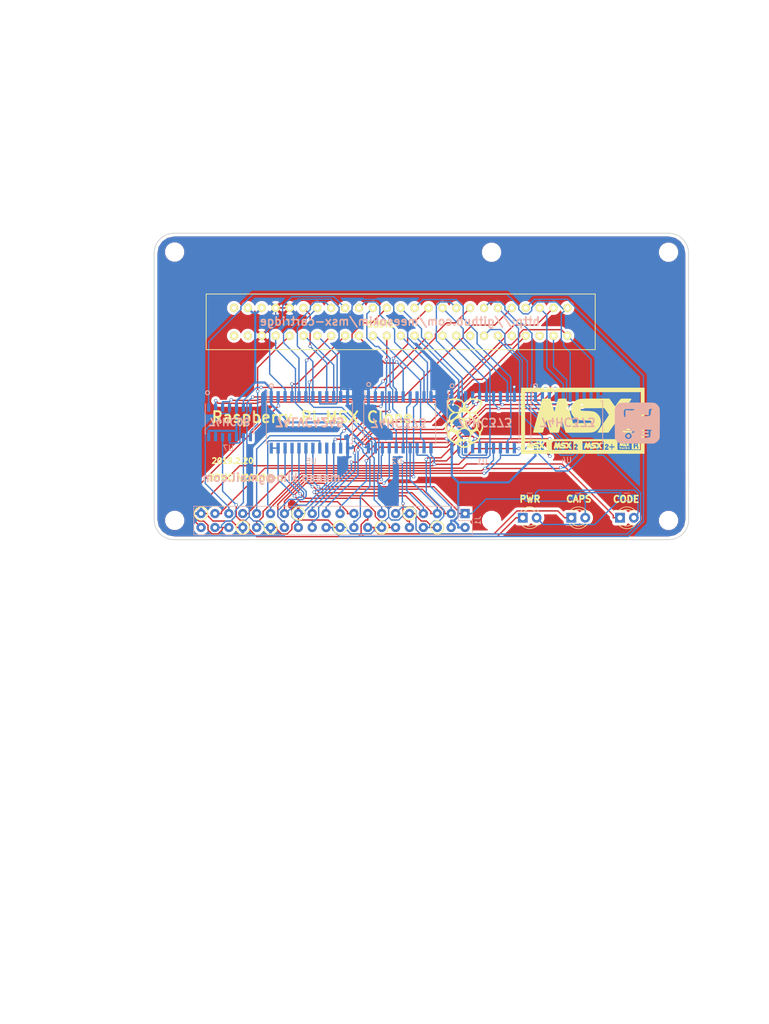
<source format=kicad_pcb>
(kicad_pcb (version 4) (host pcbnew 4.0.7)
  (layers (0 F.Cu signal) (31 B.Cu signal) (34 B.Paste user) (35 F.Paste user) (36 B.SilkS user) (37 F.SilkS user) (38 B.Mask user) (39 F.Mask user) (44 Edge.Cuts user))
  (net 0 "")
  (net 1 GND)
  (net 2 +5V)
  (net 3 /RD3)
  (net 4 /RD4)
  (net 5 /RD6)
  (net 6 /RD7)
  (net 7 /RD0)
  (net 8 /RD1)
  (net 9 /RD2)
  (net 10 /RD5)
  (net 11 /CS1)
  (net 12 /CS2)
  (net 13 /CS12)
  (net 14 /SLTSL1)
  (net 15 /INT)
  (net 16 /M1)
  (net 17 /IORQ)
  (net 18 /MREQ)
  (net 19 /WR)
  (net 20 /RD)
  (net 21 /RESET)
  (net 22 /A9)
  (net 23 /A15)
  (net 24 /A11)
  (net 25 /A10)
  (net 26 /A7)
  (net 27 /A6)
  (net 28 /A12)
  (net 29 /A8)
  (net 30 /A14)
  (net 31 /A13)
  (net 32 /A1)
  (net 33 /A0)
  (net 34 /A3)
  (net 35 /A2)
  (net 36 /A5)
  (net 37 /A4)
  (net 38 /D1)
  (net 39 /D0)
  (net 40 /D3)
  (net 41 /D2)
  (net 42 /D5)
  (net 43 /D4)
  (net 44 /D7)
  (net 45 /D6)
  (net 46 /CLK)
  (net 47 +3V3)
  (net 48 /RA8)
  (net 49 /RA10)
  (net 50 /RA11)
  (net 51 /RA15)
  (net 52 /RA12)
  (net 53 /RA9)
  (net 54 /RA13)
  (net 55 /RA14)
  (net 56 "Net-(D1-Pad2)")
  (net 57 "Net-(D2-Pad2)")
  (net 58 "Net-(D3-Pad2)")
  (net 59 /RC17)
  (net 60 /RC18)
  (net 61 /RC27)
  (net 62 /RC23)
  (net 63 /RC25)
  (net 64 /RC19)
  (net 65 /RC20)
  (net 66 /RC16)
  (net 67 /RC26)
  (net 68 /RC22)
  (net 69 /RC21)
  (net 70 /WR_EXT)
  (net 71 /RFSH)
  (net 72 /BUSDIR)
  (net 73 "Net-(P1-Pad16)")
  (net 74 /+12V)
  (net 75 /SNDIN)
  (net 76 /-12V)
  (module Mounting_Holes:MountingHole_2.5mm (layer F.Cu) (at 209.753 111.036)
    (fp_text reference REF6 hide)
    (fp_text value MountingHole_2.5mm)
    (pad "" np_thru_hole circle (at -0.254 -0.0762) (size 2.5 2.5) (drill 2.5) (layers *.Cu *.Mask))
  )
  (module Mounting_Holes:MountingHole_2.5mm (layer F.Cu) (at 209.499 61.9252)
    (fp_text reference REF4 hide)
    (fp_text value MountingHole_2.5mm)
    (pad "" np_thru_hole circle (at 0 0.0347) (size 2.5 2.5) (drill 2.5) (layers *.Cu *.Mask))
  )
  (module Mounting_Holes:MountingHole_2.5mm (layer F.Cu) (at 119.215 110.947)
    (fp_text reference REF1 hide)
    (fp_text value MountingHole_2.5mm)
    (pad 1 np_thru_hole circle (at 0 0) (size 2.5 2.5) (drill 2.5) (layers *.Cu *.Mask))
  )
  (module Socket_Strips:Socket_Strip_Straight_2x20_Pitch2.54mm (layer B.Cu) (at 172.298 109.703 90)
    (fp_text reference J1 (at -1.27 2.33 90) (layer B.SilkS) (effects (justify mirror)))
    (fp_text value RPi_GPIO)
    (pad 1 thru_hole rect (at 0 0 90) (size 1.7 1.7) (drill 0.777) (layers *.Cu *.Mask) (net 47 +3V3))
    (pad 2 thru_hole oval (at -2.54 0 90) (size 1.7 1.7) (drill 0.777) (layers *.Cu *.Mask) (net 2 +5V))
    (pad 3 thru_hole oval (at 0 -2.54 90) (size 1.7 1.7) (drill 0.777) (layers *.Cu *.Mask) (net 9 /RD2))
    (pad 4 thru_hole oval (at -2.54 -2.54 90) (size 1.7 1.7) (drill 0.777) (layers *.Cu *.Mask) (net 2 +5V))
    (pad 5 thru_hole oval (at 0 -5.08 90) (size 1.7 1.7) (drill 0.777) (layers *.Cu *.Mask) (net 3 /RD3))
    (pad 6 thru_hole oval (at -2.54 -5.08 90) (size 1.7 1.7) (drill 0.777) (layers *.Cu *.Mask) (net 1 GND))
    (pad 7 thru_hole oval (at 0 -7.62 90) (size 1.7 1.7) (drill 0.777) (layers *.Cu *.Mask) (net 4 /RD4))
    (pad 8 thru_hole oval (at -2.54 -7.62 90) (size 1.7 1.7) (drill 0.777) (layers *.Cu *.Mask) (net 55 /RA14))
    (pad 9 thru_hole oval (at 0 -10.16 90) (size 1.7 1.7) (drill 0.777) (layers *.Cu *.Mask) (net 1 GND))
    (pad 10 thru_hole oval (at -2.54 -10.16 90) (size 1.7 1.7) (drill 0.777) (layers *.Cu *.Mask) (net 51 /RA15))
    (pad 11 thru_hole oval (at 0 -12.7 90) (size 1.7 1.7) (drill 0.777) (layers *.Cu *.Mask) (net 59 /RC17))
    (pad 12 thru_hole oval (at -2.54 -12.7 90) (size 1.7 1.7) (drill 0.777) (layers *.Cu *.Mask) (net 60 /RC18))
    (pad 13 thru_hole oval (at 0 -15.24 90) (size 1.7 1.7) (drill 0.777) (layers *.Cu *.Mask) (net 61 /RC27))
    (pad 14 thru_hole oval (at -2.54 -15.24 90) (size 1.7 1.7) (drill 0.777) (layers *.Cu *.Mask) (net 1 GND))
    (pad 15 thru_hole oval (at 0 -17.78 90) (size 1.7 1.7) (drill 0.777) (layers *.Cu *.Mask) (net 68 /RC22))
    (pad 16 thru_hole oval (at -2.54 -17.78 90) (size 1.7 1.7) (drill 0.777) (layers *.Cu *.Mask) (net 62 /RC23))
    (pad 17 thru_hole oval (at 0 -20.32 90) (size 1.7 1.7) (drill 0.777) (layers *.Cu *.Mask) (net 47 +3V3))
    (pad 18 thru_hole oval (at -2.54 -20.32 90) (size 1.7 1.7) (drill 0.777) (layers *.Cu *.Mask) (net 15 /INT))
    (pad 19 thru_hole oval (at 0 -22.86 90) (size 1.7 1.7) (drill 0.777) (layers *.Cu *.Mask) (net 49 /RA10))
    (pad 20 thru_hole oval (at -2.54 -22.86 90) (size 1.7 1.7) (drill 0.777) (layers *.Cu *.Mask) (net 1 GND))
    (pad 21 thru_hole oval (at 0 -25.4 90) (size 1.7 1.7) (drill 0.777) (layers *.Cu *.Mask) (net 53 /RA9))
    (pad 22 thru_hole oval (at -2.54 -25.4 90) (size 1.7 1.7) (drill 0.777) (layers *.Cu *.Mask) (net 63 /RC25))
    (pad 23 thru_hole oval (at 0 -27.94 90) (size 1.7 1.7) (drill 0.777) (layers *.Cu *.Mask) (net 50 /RA11))
    (pad 24 thru_hole oval (at -2.54 -27.94 90) (size 1.7 1.7) (drill 0.777) (layers *.Cu *.Mask) (net 48 /RA8))
    (pad 25 thru_hole oval (at 0 -30.48 90) (size 1.7 1.7) (drill 0.777) (layers *.Cu *.Mask) (net 1 GND))
    (pad 26 thru_hole oval (at -2.54 -30.48 90) (size 1.7 1.7) (drill 0.777) (layers *.Cu *.Mask) (net 6 /RD7))
    (pad 27 thru_hole oval (at 0 -33.02 90) (size 1.7 1.7) (drill 0.777) (layers *.Cu *.Mask) (net 7 /RD0))
    (pad 28 thru_hole oval (at -2.54 -33.02 90) (size 1.7 1.7) (drill 0.777) (layers *.Cu *.Mask) (net 8 /RD1))
    (pad 29 thru_hole oval (at 0 -35.56 90) (size 1.7 1.7) (drill 0.777) (layers *.Cu *.Mask) (net 10 /RD5))
    (pad 30 thru_hole oval (at -2.54 -35.56 90) (size 1.7 1.7) (drill 0.777) (layers *.Cu *.Mask) (net 1 GND))
    (pad 31 thru_hole oval (at 0 -38.1 90) (size 1.7 1.7) (drill 0.777) (layers *.Cu *.Mask) (net 5 /RD6))
    (pad 32 thru_hole oval (at -2.54 -38.1 90) (size 1.7 1.7) (drill 0.777) (layers *.Cu *.Mask) (net 52 /RA12))
    (pad 33 thru_hole oval (at 0 -40.64 90) (size 1.7 1.7) (drill 0.777) (layers *.Cu *.Mask) (net 54 /RA13))
    (pad 34 thru_hole oval (at -2.54 -40.64 90) (size 1.7 1.7) (drill 0.777) (layers *.Cu *.Mask) (net 1 GND))
    (pad 35 thru_hole oval (at 0 -43.18 90) (size 1.7 1.7) (drill 0.777) (layers *.Cu *.Mask) (net 64 /RC19))
    (pad 36 thru_hole oval (at -2.54 -43.18 90) (size 1.7 1.7) (drill 0.777) (layers *.Cu *.Mask) (net 66 /RC16))
    (pad 37 thru_hole oval (at 0 -45.72 90) (size 1.7 1.7) (drill 0.777) (layers *.Cu *.Mask) (net 67 /RC26))
    (pad 38 thru_hole oval (at -2.54 -45.72 90) (size 1.7 1.7) (drill 0.777) (layers *.Cu *.Mask) (net 65 /RC20))
    (pad 39 thru_hole oval (at 0 -48.26 90) (size 1.7 1.7) (drill 0.777) (layers *.Cu *.Mask) (net 1 GND))
    (pad 40 thru_hole oval (at -2.54 -48.26 90) (size 1.7 1.7) (drill 0.777) (layers *.Cu *.Mask) (net 69 /RC21))
  )
  (module Housings_SOIC:SOIC-20W_7.5x12.8mm_Pitch1.27mm (layer B.Cu) (at 175.59 93.0377 270)
    (fp_text reference U1 (at 7.1374 0.1651 360) (layer B.SilkS) (effects (justify mirror)))
    (fp_text value 74LS373)
    (pad 1 smd rect (at -4.7 5.715 270) (size 1.95 0.6) (layers B.Cu B.Paste B.Mask) (net 1 GND))
    (pad 2 smd rect (at -4.7 4.445 270) (size 1.95 0.6) (layers B.Cu B.Paste B.Mask) (net 29 /A8))
    (pad 3 smd rect (at -4.7 3.175 270) (size 1.95 0.6) (layers B.Cu B.Paste B.Mask) (net 48 /RA8))
    (pad 4 smd rect (at -4.7 1.905 270) (size 1.95 0.6) (layers B.Cu B.Paste B.Mask) (net 53 /RA9))
    (pad 5 smd rect (at -4.7 0.635 270) (size 1.95 0.6) (layers B.Cu B.Paste B.Mask) (net 22 /A9))
    (pad 6 smd rect (at -4.7 -0.635 270) (size 1.95 0.6) (layers B.Cu B.Paste B.Mask) (net 25 /A10))
    (pad 7 smd rect (at -4.7 -1.905 270) (size 1.95 0.6) (layers B.Cu B.Paste B.Mask) (net 49 /RA10))
    (pad 8 smd rect (at -4.7 -3.175 270) (size 1.95 0.6) (layers B.Cu B.Paste B.Mask) (net 50 /RA11))
    (pad 9 smd rect (at -4.7 -4.445 270) (size 1.95 0.6) (layers B.Cu B.Paste B.Mask) (net 24 /A11))
    (pad 10 smd rect (at -4.7 -5.715 270) (size 1.95 0.6) (layers B.Cu B.Paste B.Mask) (net 1 GND))
    (pad 11 smd rect (at 4.7 -5.715 270) (size 1.95 0.6) (layers B.Cu B.Paste B.Mask) (net 66 /RC16))
    (pad 12 smd rect (at 4.7 -4.445 270) (size 1.95 0.6) (layers B.Cu B.Paste B.Mask) (net 28 /A12))
    (pad 13 smd rect (at 4.7 -3.175 270) (size 1.95 0.6) (layers B.Cu B.Paste B.Mask) (net 52 /RA12))
    (pad 14 smd rect (at 4.7 -1.905 270) (size 1.95 0.6) (layers B.Cu B.Paste B.Mask) (net 54 /RA13))
    (pad 15 smd rect (at 4.7 -0.635 270) (size 1.95 0.6) (layers B.Cu B.Paste B.Mask) (net 31 /A13))
    (pad 16 smd rect (at 4.7 0.635 270) (size 1.95 0.6) (layers B.Cu B.Paste B.Mask) (net 30 /A14))
    (pad 17 smd rect (at 4.7 1.905 270) (size 1.95 0.6) (layers B.Cu B.Paste B.Mask) (net 55 /RA14))
    (pad 18 smd rect (at 4.7 3.175 270) (size 1.95 0.6) (layers B.Cu B.Paste B.Mask) (net 51 /RA15))
    (pad 19 smd rect (at 4.7 4.445 270) (size 1.95 0.6) (layers B.Cu B.Paste B.Mask) (net 23 /A15))
    (pad 20 smd rect (at 4.7 5.715 270) (size 1.95 0.6) (layers B.Cu B.Paste B.Mask) (net 2 +5V))
  )
  (module Housings_SOIC:SOIC-20W_7.5x12.8mm_Pitch1.27mm (layer B.Cu) (at 160.35 93.0377 270)
    (fp_text reference U2 (at 7.112 0.5207 360) (layer B.SilkS) (effects (justify mirror)))
    (fp_text value 74LS373)
    (pad 1 smd rect (at -4.7 5.715 270) (size 1.95 0.6) (layers B.Cu B.Paste B.Mask) (net 1 GND))
    (pad 2 smd rect (at -4.7 4.445 270) (size 1.95 0.6) (layers B.Cu B.Paste B.Mask) (net 27 /A6))
    (pad 3 smd rect (at -4.7 3.175 270) (size 1.95 0.6) (layers B.Cu B.Paste B.Mask) (net 5 /RD6))
    (pad 4 smd rect (at -4.7 1.905 270) (size 1.95 0.6) (layers B.Cu B.Paste B.Mask) (net 6 /RD7))
    (pad 5 smd rect (at -4.7 0.635 270) (size 1.95 0.6) (layers B.Cu B.Paste B.Mask) (net 26 /A7))
    (pad 6 smd rect (at -4.7 -0.635 270) (size 1.95 0.6) (layers B.Cu B.Paste B.Mask) (net 37 /A4))
    (pad 7 smd rect (at -4.7 -1.905 270) (size 1.95 0.6) (layers B.Cu B.Paste B.Mask) (net 4 /RD4))
    (pad 8 smd rect (at -4.7 -3.175 270) (size 1.95 0.6) (layers B.Cu B.Paste B.Mask) (net 10 /RD5))
    (pad 9 smd rect (at -4.7 -4.445 270) (size 1.95 0.6) (layers B.Cu B.Paste B.Mask) (net 36 /A5))
    (pad 10 smd rect (at -4.7 -5.715 270) (size 1.95 0.6) (layers B.Cu B.Paste B.Mask) (net 1 GND))
    (pad 11 smd rect (at 4.7 -5.715 270) (size 1.95 0.6) (layers B.Cu B.Paste B.Mask) (net 66 /RC16))
    (pad 12 smd rect (at 4.7 -4.445 270) (size 1.95 0.6) (layers B.Cu B.Paste B.Mask) (net 35 /A2))
    (pad 13 smd rect (at 4.7 -3.175 270) (size 1.95 0.6) (layers B.Cu B.Paste B.Mask) (net 9 /RD2))
    (pad 14 smd rect (at 4.7 -1.905 270) (size 1.95 0.6) (layers B.Cu B.Paste B.Mask) (net 3 /RD3))
    (pad 15 smd rect (at 4.7 -0.635 270) (size 1.95 0.6) (layers B.Cu B.Paste B.Mask) (net 34 /A3))
    (pad 16 smd rect (at 4.7 0.635 270) (size 1.95 0.6) (layers B.Cu B.Paste B.Mask) (net 33 /A0))
    (pad 17 smd rect (at 4.7 1.905 270) (size 1.95 0.6) (layers B.Cu B.Paste B.Mask) (net 7 /RD0))
    (pad 18 smd rect (at 4.7 3.175 270) (size 1.95 0.6) (layers B.Cu B.Paste B.Mask) (net 8 /RD1))
    (pad 19 smd rect (at 4.7 4.445 270) (size 1.95 0.6) (layers B.Cu B.Paste B.Mask) (net 32 /A1))
    (pad 20 smd rect (at 4.7 5.715 270) (size 1.95 0.6) (layers B.Cu B.Paste B.Mask) (net 2 +5V))
  )
  (module Housings_SOIC:SOIC-20W_7.5x12.8mm_Pitch1.27mm (layer B.Cu) (at 190.881 93.0377 270)
    (fp_text reference U4 (at 6.9215 0.0508 360) (layer B.SilkS) (effects (justify mirror)))
    (fp_text value 74LS373)
    (pad 1 smd rect (at -4.7 5.715 270) (size 1.95 0.6) (layers B.Cu B.Paste B.Mask) (net 1 GND))
    (pad 2 smd rect (at -4.7 4.445 270) (size 1.95 0.6) (layers B.Cu B.Paste B.Mask) (net 14 /SLTSL1))
    (pad 3 smd rect (at -4.7 3.175 270) (size 1.95 0.6) (layers B.Cu B.Paste B.Mask) (net 48 /RA8))
    (pad 4 smd rect (at -4.7 1.905 270) (size 1.95 0.6) (layers B.Cu B.Paste B.Mask) (net 53 /RA9))
    (pad 5 smd rect (at -4.7 0.635 270) (size 1.95 0.6) (layers B.Cu B.Paste B.Mask) (net 70 /WR_EXT))
    (pad 6 smd rect (at -4.7 -0.635 270) (size 1.95 0.6) (layers B.Cu B.Paste B.Mask) (net 11 /CS1))
    (pad 7 smd rect (at -4.7 -1.905 270) (size 1.95 0.6) (layers B.Cu B.Paste B.Mask) (net 49 /RA10))
    (pad 8 smd rect (at -4.7 -3.175 270) (size 1.95 0.6) (layers B.Cu B.Paste B.Mask) (net 50 /RA11))
    (pad 9 smd rect (at -4.7 -4.445 270) (size 1.95 0.6) (layers B.Cu B.Paste B.Mask) (net 12 /CS2))
    (pad 10 smd rect (at -4.7 -5.715 270) (size 1.95 0.6) (layers B.Cu B.Paste B.Mask) (net 1 GND))
    (pad 11 smd rect (at 4.7 -5.715 270) (size 1.95 0.6) (layers B.Cu B.Paste B.Mask) (net 59 /RC17))
    (pad 12 smd rect (at 4.7 -4.445 270) (size 1.95 0.6) (layers B.Cu B.Paste B.Mask) (net 20 /RD))
    (pad 13 smd rect (at 4.7 -3.175 270) (size 1.95 0.6) (layers B.Cu B.Paste B.Mask) (net 52 /RA12))
    (pad 14 smd rect (at 4.7 -1.905 270) (size 1.95 0.6) (layers B.Cu B.Paste B.Mask) (net 54 /RA13))
    (pad 15 smd rect (at 4.7 -0.635 270) (size 1.95 0.6) (layers B.Cu B.Paste B.Mask) (net 19 /WR))
    (pad 16 smd rect (at 4.7 0.635 270) (size 1.95 0.6) (layers B.Cu B.Paste B.Mask) (net 17 /IORQ))
    (pad 17 smd rect (at 4.7 1.905 270) (size 1.95 0.6) (layers B.Cu B.Paste B.Mask) (net 55 /RA14))
    (pad 18 smd rect (at 4.7 3.175 270) (size 1.95 0.6) (layers B.Cu B.Paste B.Mask) (net 51 /RA15))
    (pad 19 smd rect (at 4.7 4.445 270) (size 1.95 0.6) (layers B.Cu B.Paste B.Mask) (net 18 /MREQ))
    (pad 20 smd rect (at 4.7 5.715 270) (size 1.95 0.6) (layers B.Cu B.Paste B.Mask) (net 2 +5V))
  )
  (module Housings_SOIC:SOIC-24W_7.5x15.4mm_Pitch1.27mm (layer B.Cu) (at 143.84 93.0377 270)
    (fp_text reference U5 (at 7.112 -0.3175 360) (layer B.SilkS) (effects (justify mirror)))
    (fp_text value LVC4245)
    (pad 1 smd rect (at -4.7 6.985 270) (size 2 0.6) (layers B.Cu B.Paste B.Mask) (net 2 +5V))
    (pad 2 smd rect (at -4.7 5.715 270) (size 2 0.6) (layers B.Cu B.Paste B.Mask) (net 69 /RC21))
    (pad 3 smd rect (at -4.7 4.445 270) (size 2 0.6) (layers B.Cu B.Paste B.Mask) (net 38 /D1))
    (pad 4 smd rect (at -4.7 3.175 270) (size 2 0.6) (layers B.Cu B.Paste B.Mask) (net 39 /D0))
    (pad 5 smd rect (at -4.7 1.905 270) (size 2 0.6) (layers B.Cu B.Paste B.Mask) (net 40 /D3))
    (pad 6 smd rect (at -4.7 0.635 270) (size 2 0.6) (layers B.Cu B.Paste B.Mask) (net 41 /D2))
    (pad 7 smd rect (at -4.7 -0.635 270) (size 2 0.6) (layers B.Cu B.Paste B.Mask) (net 42 /D5))
    (pad 8 smd rect (at -4.7 -1.905 270) (size 2 0.6) (layers B.Cu B.Paste B.Mask) (net 43 /D4))
    (pad 9 smd rect (at -4.7 -3.175 270) (size 2 0.6) (layers B.Cu B.Paste B.Mask) (net 44 /D7))
    (pad 10 smd rect (at -4.7 -4.445 270) (size 2 0.6) (layers B.Cu B.Paste B.Mask) (net 45 /D6))
    (pad 11 smd rect (at -4.7 -5.715 270) (size 2 0.6) (layers B.Cu B.Paste B.Mask) (net 1 GND))
    (pad 12 smd rect (at -4.7 -6.985 270) (size 2 0.6) (layers B.Cu B.Paste B.Mask) (net 1 GND))
    (pad 13 smd rect (at 4.7 -6.985 270) (size 2 0.6) (layers B.Cu B.Paste B.Mask) (net 1 GND))
    (pad 14 smd rect (at 4.7 -5.715 270) (size 2 0.6) (layers B.Cu B.Paste B.Mask) (net 5 /RD6))
    (pad 15 smd rect (at 4.7 -4.445 270) (size 2 0.6) (layers B.Cu B.Paste B.Mask) (net 6 /RD7))
    (pad 16 smd rect (at 4.7 -3.175 270) (size 2 0.6) (layers B.Cu B.Paste B.Mask) (net 4 /RD4))
    (pad 17 smd rect (at 4.7 -1.905 270) (size 2 0.6) (layers B.Cu B.Paste B.Mask) (net 10 /RD5))
    (pad 18 smd rect (at 4.7 -0.635 270) (size 2 0.6) (layers B.Cu B.Paste B.Mask) (net 9 /RD2))
    (pad 19 smd rect (at 4.7 0.635 270) (size 2 0.6) (layers B.Cu B.Paste B.Mask) (net 3 /RD3))
    (pad 20 smd rect (at 4.7 1.905 270) (size 2 0.6) (layers B.Cu B.Paste B.Mask) (net 7 /RD0))
    (pad 21 smd rect (at 4.7 3.175 270) (size 2 0.6) (layers B.Cu B.Paste B.Mask) (net 8 /RD1))
    (pad 22 smd rect (at 4.7 4.445 270) (size 2 0.6) (layers B.Cu B.Paste B.Mask) (net 60 /RC18))
    (pad 23 smd rect (at 4.7 5.715 270) (size 2 0.6) (layers B.Cu B.Paste B.Mask) (net 47 +3V3))
    (pad 24 smd rect (at 4.7 6.985 270) (size 2 0.6) (layers B.Cu B.Paste B.Mask) (net 47 +3V3))
  )
  (module Housings_SOIC:SOIC-14_3.9x8.7mm_Pitch1.27mm (layer B.Cu) (at 129.235 93.0377 270)
    (fp_text reference U7 (at 4.6863 0.2032 360) (layer B.SilkS) (effects (justify mirror)))
    (fp_text value 74LS08)
    (pad 1 smd rect (at -2.7 3.81 270) (size 1.5 0.6) (layers B.Cu B.Paste B.Mask) (net 11 /CS1))
    (pad 2 smd rect (at -2.7 2.54 270) (size 1.5 0.6) (layers B.Cu B.Paste B.Mask) (net 12 /CS2))
    (pad 3 smd rect (at -2.7 1.27 270) (size 1.5 0.6) (layers B.Cu B.Paste B.Mask) (net 13 /CS12))
    (pad 4 smd rect (at -2.7 0 270) (size 1.5 0.6) (layers B.Cu B.Paste B.Mask) (net 64 /RC19))
    (pad 5 smd rect (at -2.7 -1.27 270) (size 1.5 0.6) (layers B.Cu B.Paste B.Mask) (net 2 +5V))
    (pad 6 smd rect (at -2.7 -2.54 270) (size 1.5 0.6) (layers B.Cu B.Paste B.Mask) (net 21 /RESET))
    (pad 7 smd rect (at -2.7 -3.81 270) (size 1.5 0.6) (layers B.Cu B.Paste B.Mask) (net 1 GND))
    (pad 8 smd rect (at 2.7 -3.81 270) (size 1.5 0.6) (layers B.Cu B.Paste B.Mask) (net 46 /CLK))
    (pad 9 smd rect (at 2.7 -2.54 270) (size 1.5 0.6) (layers B.Cu B.Paste B.Mask) (net 65 /RC20))
    (pad 10 smd rect (at 2.7 -1.27 270) (size 1.5 0.6) (layers B.Cu B.Paste B.Mask) (net 2 +5V))
    (pad 11 smd rect (at 2.7 0 270) (size 1.5 0.6) (layers B.Cu B.Paste B.Mask) (net 16 /M1))
    (pad 12 smd rect (at 2.7 1.27 270) (size 1.5 0.6) (layers B.Cu B.Paste B.Mask) (net 68 /RC22))
    (pad 13 smd rect (at 2.7 2.54 270) (size 1.5 0.6) (layers B.Cu B.Paste B.Mask) (net 2 +5V))
    (pad 14 smd rect (at 2.7 3.81 270) (size 1.5 0.6) (layers B.Cu B.Paste B.Mask) (net 2 +5V))
  )
  (module LEDs:LED_D3.0mm (layer F.Cu) (at 182.842 110.465)
    (fp_text reference D1 hide)
    (fp_text value LED)
    (pad 1 thru_hole rect (at 0 0) (size 1.8 1.8) (drill 0.9) (layers *.Cu *.Mask) (net 68 /RC22))
    (pad 2 thru_hole circle (at 2.54 0) (size 1.8 1.8) (drill 0.9) (layers *.Cu *.Mask) (net 56 "Net-(D1-Pad2)"))
  )
  (module LEDs:LED_D3.0mm (layer F.Cu) (at 191.732 110.465)
    (fp_text reference D2 hide)
    (fp_text value LED)
    (pad 1 thru_hole rect (at 0 0) (size 1.8 1.8) (drill 0.9) (layers *.Cu *.Mask) (net 62 /RC23))
    (pad 2 thru_hole circle (at 2.54 0) (size 1.8 1.8) (drill 0.9) (layers *.Cu *.Mask) (net 57 "Net-(D2-Pad2)"))
  )
  (module LEDs:LED_D3.0mm (layer F.Cu) (at 200.622 110.465)
    (fp_text reference D3 hide)
    (fp_text value LED)
    (pad 1 thru_hole rect (at 0 0) (size 1.8 1.8) (drill 0.9) (layers *.Cu *.Mask) (net 67 /RC26))
    (pad 2 thru_hole circle (at 2.54 0) (size 1.8 1.8) (drill 0.9) (layers *.Cu *.Mask) (net 58 "Net-(D3-Pad2)"))
  )
  (module MSX:MSX_SLOT (layer F.Cu) (at 161.798 74.676)
    (fp_text reference P1 hide)
    (fp_text value CONN_02X25)
    (pad 1 thru_hole circle (at 29.21 -2.54) (size 1.524 1.524) (drill 0.78) (layers *.Cu *.Mask F.SilkS) (net 11 /CS1))
    (pad 2 thru_hole circle (at 29.21 2.54) (size 1.524 1.524) (drill 0.78) (layers *.Cu *.Mask F.SilkS) (net 12 /CS2))
    (pad 3 thru_hole circle (at 26.67 -2.54) (size 1.524 1.524) (drill 0.78) (layers *.Cu *.Mask F.SilkS) (net 13 /CS12))
    (pad 4 thru_hole circle (at 26.67 2.54) (size 1.524 1.524) (drill 0.78) (layers *.Cu *.Mask F.SilkS) (net 14 /SLTSL1))
    (pad 5 thru_hole circle (at 24.13 -2.54) (size 1.524 1.524) (drill 0.78) (layers *.Cu *.Mask F.SilkS) (net 70 /WR_EXT))
    (pad 6 thru_hole circle (at 24.13 2.54) (size 1.524 1.524) (drill 0.78) (layers *.Cu *.Mask F.SilkS) (net 71 /RFSH))
    (pad 7 thru_hole circle (at 21.59 -2.54) (size 1.524 1.524) (drill 0.78) (layers *.Cu *.Mask F.SilkS) (net 63 /RC25))
    (pad 8 thru_hole circle (at 21.59 2.54) (size 1.524 1.524) (drill 0.78) (layers *.Cu *.Mask F.SilkS) (net 15 /INT))
    (pad 9 thru_hole circle (at 19.05 -2.54) (size 1.524 1.524) (drill 0.78) (layers *.Cu *.Mask F.SilkS) (net 16 /M1))
    (pad 10 thru_hole circle (at 19.05 2.54) (size 1.524 1.524) (drill 0.78) (layers *.Cu *.Mask F.SilkS) (net 72 /BUSDIR))
    (pad 11 thru_hole circle (at 16.51 -2.54) (size 1.524 1.524) (drill 0.78) (layers *.Cu *.Mask F.SilkS) (net 17 /IORQ))
    (pad 12 thru_hole circle (at 16.51 2.54) (size 1.524 1.524) (drill 0.78) (layers *.Cu *.Mask F.SilkS) (net 18 /MREQ))
    (pad 13 thru_hole circle (at 13.97 -2.54) (size 1.524 1.524) (drill 0.78) (layers *.Cu *.Mask F.SilkS) (net 19 /WR))
    (pad 14 thru_hole circle (at 13.97 2.54) (size 1.524 1.524) (drill 0.78) (layers *.Cu *.Mask F.SilkS) (net 20 /RD))
    (pad 15 thru_hole circle (at 11.43 -2.54) (size 1.524 1.524) (drill 0.78) (layers *.Cu *.Mask F.SilkS) (net 21 /RESET))
    (pad 16 thru_hole circle (at 11.43 2.54) (size 1.524 1.524) (drill 0.78) (layers *.Cu *.Mask F.SilkS) (net 73 "Net-(P1-Pad16)"))
    (pad 17 thru_hole circle (at 8.89 -2.54) (size 1.524 1.524) (drill 0.78) (layers *.Cu *.Mask F.SilkS) (net 22 /A9))
    (pad 18 thru_hole circle (at 8.89 2.54) (size 1.524 1.524) (drill 0.78) (layers *.Cu *.Mask F.SilkS) (net 23 /A15))
    (pad 19 thru_hole circle (at 6.35 -2.54) (size 1.524 1.524) (drill 0.78) (layers *.Cu *.Mask F.SilkS) (net 24 /A11))
    (pad 20 thru_hole circle (at 6.35 2.54) (size 1.524 1.524) (drill 0.78) (layers *.Cu *.Mask F.SilkS) (net 25 /A10))
    (pad 21 thru_hole circle (at 3.81 -2.54) (size 1.524 1.524) (drill 0.78) (layers *.Cu *.Mask F.SilkS) (net 26 /A7))
    (pad 22 thru_hole circle (at 3.81 2.54) (size 1.524 1.524) (drill 0.78) (layers *.Cu *.Mask F.SilkS) (net 27 /A6))
    (pad 23 thru_hole circle (at 1.27 -2.54) (size 1.524 1.524) (drill 0.78) (layers *.Cu *.Mask F.SilkS) (net 28 /A12))
    (pad 24 thru_hole circle (at 1.27 2.54) (size 1.524 1.524) (drill 0.78) (layers *.Cu *.Mask F.SilkS) (net 29 /A8))
    (pad 25 thru_hole circle (at -1.27 -2.54) (size 1.524 1.524) (drill 0.78) (layers *.Cu *.Mask F.SilkS) (net 30 /A14))
    (pad 26 thru_hole circle (at -1.27 2.54) (size 1.524 1.524) (drill 0.78) (layers *.Cu *.Mask F.SilkS) (net 31 /A13))
    (pad 27 thru_hole circle (at -3.81 -2.54) (size 1.524 1.524) (drill 0.78) (layers *.Cu *.Mask F.SilkS) (net 32 /A1))
    (pad 28 thru_hole circle (at -3.81 2.54) (size 1.524 1.524) (drill 0.78) (layers *.Cu *.Mask F.SilkS) (net 33 /A0))
    (pad 29 thru_hole circle (at -6.35 -2.54) (size 1.524 1.524) (drill 0.78) (layers *.Cu *.Mask F.SilkS) (net 34 /A3))
    (pad 30 thru_hole circle (at -6.35 2.54) (size 1.524 1.524) (drill 0.78) (layers *.Cu *.Mask F.SilkS) (net 35 /A2))
    (pad 31 thru_hole circle (at -8.89 -2.54) (size 1.524 1.524) (drill 0.78) (layers *.Cu *.Mask F.SilkS) (net 36 /A5))
    (pad 32 thru_hole circle (at -8.89 2.54) (size 1.524 1.524) (drill 0.78) (layers *.Cu *.Mask F.SilkS) (net 37 /A4))
    (pad 33 thru_hole circle (at -11.43 -2.54) (size 1.524 1.524) (drill 0.78) (layers *.Cu *.Mask F.SilkS) (net 38 /D1))
    (pad 34 thru_hole circle (at -11.43 2.54) (size 1.524 1.524) (drill 0.78) (layers *.Cu *.Mask F.SilkS) (net 39 /D0))
    (pad 35 thru_hole circle (at -13.97 -2.54) (size 1.524 1.524) (drill 0.78) (layers *.Cu *.Mask F.SilkS) (net 40 /D3))
    (pad 36 thru_hole circle (at -13.97 2.54) (size 1.524 1.524) (drill 0.78) (layers *.Cu *.Mask F.SilkS) (net 41 /D2))
    (pad 37 thru_hole circle (at -16.51 -2.54) (size 1.524 1.524) (drill 0.78) (layers *.Cu *.Mask F.SilkS) (net 42 /D5))
    (pad 38 thru_hole circle (at -16.51 2.54) (size 1.524 1.524) (drill 0.78) (layers *.Cu *.Mask F.SilkS) (net 43 /D4))
    (pad 39 thru_hole circle (at -19.05 -2.54) (size 1.524 1.524) (drill 0.78) (layers *.Cu *.Mask F.SilkS) (net 44 /D7))
    (pad 40 thru_hole circle (at -19.05 2.54) (size 1.524 1.524) (drill 0.78) (layers *.Cu *.Mask F.SilkS) (net 45 /D6))
    (pad 41 thru_hole circle (at -21.59 -2.54) (size 1.524 1.524) (drill 0.78) (layers *.Cu *.Mask F.SilkS) (net 1 GND))
    (pad 42 thru_hole circle (at -21.59 2.54) (size 1.524 1.524) (drill 0.78) (layers *.Cu *.Mask F.SilkS) (net 46 /CLK))
    (pad 43 thru_hole circle (at -24.13 -2.54) (size 1.524 1.524) (drill 0.78) (layers *.Cu *.Mask F.SilkS) (net 1 GND))
    (pad 44 thru_hole circle (at -24.13 2.54) (size 1.524 1.524) (drill 0.78) (layers *.Cu *.Mask F.SilkS) (net 61 /RC27))
    (pad 45 thru_hole circle (at -26.67 -2.54) (size 1.524 1.524) (drill 0.78) (layers *.Cu *.Mask F.SilkS) (net 2 +5V))
    (pad 46 thru_hole circle (at -26.67 2.54) (size 1.524 1.524) (drill 0.78) (layers *.Cu *.Mask F.SilkS) (net 1 GND))
    (pad 47 thru_hole circle (at -29.21 -2.54) (size 1.524 1.524) (drill 0.78) (layers *.Cu *.Mask F.SilkS) (net 2 +5V))
    (pad 48 thru_hole circle (at -29.21 2.54) (size 1.524 1.524) (drill 0.78) (layers *.Cu *.Mask F.SilkS) (net 74 /+12V))
    (pad 49 thru_hole circle (at -31.75 -2.54) (size 1.524 1.524) (drill 0.78) (layers *.Cu *.Mask F.SilkS) (net 75 /SNDIN))
    (pad 50 thru_hole circle (at -31.75 2.54) (size 1.524 1.524) (drill 0.78) (layers *.Cu *.Mask F.SilkS) (net 76 /-12V))
  )
  (module Resistors_SMD:R_0603_HandSoldering (layer B.Cu) (at 184.112 106.655)
    (fp_text reference R1 hide)
    (fp_text value R)
    (pad 1 smd rect (at -1.1 0) (size 1.2 0.9) (layers B.Cu B.Paste B.Mask) (net 47 +3V3))
    (pad 2 smd rect (at 1.1 0) (size 1.2 0.9) (layers B.Cu B.Paste B.Mask) (net 58 "Net-(D3-Pad2)"))
  )
  (module Resistors_SMD:R_0603_HandSoldering (layer B.Cu) (at 193.002 106.655)
    (fp_text reference R2 hide)
    (fp_text value R)
    (pad 1 smd rect (at -1.1 0) (size 1.2 0.9) (layers B.Cu B.Paste B.Mask) (net 47 +3V3))
    (pad 2 smd rect (at 1.1 0) (size 1.2 0.9) (layers B.Cu B.Paste B.Mask) (net 57 "Net-(D2-Pad2)"))
  )
  (module Resistors_SMD:R_0603_HandSoldering (layer B.Cu) (at 201.892 106.655)
    (fp_text reference R3 hide)
    (fp_text value R)
    (pad 1 smd rect (at -1.1 0) (size 1.2 0.9) (layers B.Cu B.Paste B.Mask) (net 47 +3V3))
    (pad 2 smd rect (at 1.1 0) (size 1.2 0.9) (layers B.Cu B.Paste B.Mask) (net 56 "Net-(D1-Pad2)"))
  )
  (module Mounting_Holes:MountingHole_2.5mm (layer F.Cu) (at 119.202 61.9252)
    (fp_text reference REF2 hide)
    (fp_text value MountingHole_2.5mm)
    (pad 1 np_thru_hole circle (at 0 0) (size 2.5 2.5) (drill 2.5) (layers *.Cu *.Mask))
  )
  (module Mounting_Holes:MountingHole_2.5mm (layer F.Cu) (at 177.152 110.96)
    (fp_text reference REF5 hide)
    (fp_text value MountingHole_2.5mm)
    (pad "" np_thru_hole circle (at 0 0) (size 2.5 2.5) (drill 2.5) (layers *.Cu *.Mask))
  )
  (module Mounting_Holes:MountingHole_2.5mm (layer F.Cu) (at 177.14 61.9633)
    (fp_text reference REF3 hide)
    (fp_text value MountingHole_2.5mm)
    (pad 1 np_thru_hole circle (at 0 0) (size 2.5 2.5) (drill 2.5) (layers *.Cu *.Mask))
  )
  (module MSX:raspberry_pi_logo (layer F.Cu) (at 172.1104 93.1672)
    (fp_text reference G1 hide)
    (fp_text value LOGO hide)
  )
  (module MSX:srxg (layer B.Cu) (at 203.8477 93.6117 180)
    (fp_text reference G*** hide)
    (fp_text value LOGO hide)
  )
  (module MSX:msx_msx2_msx+logo (layer F.Cu) (at 193.802 92.7227)
    (fp_text reference G2 hide)
    (fp_text value LOGO hide)
  )
  (gr_circle (center 185.166 86.36) (end 185.42 86.614) (layer B.SilkS) (width 0.2))
  (gr_circle (center 169.926 86.36) (end 170.18 86.614) (layer B.SilkS) (width 0.2))
  (gr_circle (center 154.686 86.106) (end 154.94 86.36) (layer B.SilkS) (width 0.2))
  (gr_circle (center 136.906 86.36) (end 137.16 86.614) (layer B.SilkS) (width 0.2))
  (gr_circle (center 125.222 87.63) (end 125.476 87.884) (layer B.SilkS) (width 0.2))
  (gr_text http://github.com/meesokim/msx-cartridge (at 160.3756 74.5871) (layer B.SilkS) (effects (font (size 1.5 1.5) (thickness 0.3)) (justify mirror)))
  (gr_text "RPMC V2019A-1" (at 132.334 103.124) (layer F.SilkS) (effects (font (size 1.1 1.1) (thickness 0.275))))
  (gr_arc (start 209.51444 62.13856) (end 209.49412 58.49366) (angle 89.50906398) (layer Edge.Cuts) (width 0.15))
  (gr_line (start 213.15934 62.0903) (end 213.1695 110.84306) (angle 90) (layer Edge.Cuts) (width 0.15))
  (gr_arc (start 209.534265 110.830261) (end 213.169261 110.842903) (angle 89.2324196) (layer Edge.Cuts) (width 0.15))
  (gr_line (start 119.09552 58.49112) (end 209.49412 58.49366) (layer Edge.Cuts) (width 0.15))
  (gr_line (start 119.13108 114.46764) (end 209.5627 114.4651) (layer Edge.Cuts) (width 0.15))
  (gr_arc (start 119.104469 110.82274) (end 119.127329 114.4651) (angle 89.99988979) (layer Edge.Cuts) (width 0.15))
  (gr_arc (start 119.104469 62.138328) (end 115.45824 62.17158) (angle 90.3419061) (layer Edge.Cuts) (width 0.15))
  (gr_text SLOT1 (at 156.9085 75.1205) (layer F.SilkS) (effects (font (size 1.1 1.1) (thickness 0.275))))
  (gr_text 74HC373 (at 191.008 92.964 180) (layer B.SilkS) (effects (font (size 1.5 1.5) (thickness 0.3)) (justify mirror)))
  (gr_circle (center 124.0282 109.7026) (end 125.0442 110.3122) (layer F.SilkS) (width 0.2))
  (gr_circle (center 131.6482 112.2426) (end 132.6642 112.8522) (layer F.SilkS) (width 0.2))
  (gr_circle (center 136.7282 112.2426) (end 137.7442 112.8522) (layer F.SilkS) (width 0.2))
  (gr_circle (center 141.8082 109.7026) (end 142.8242 110.3122) (layer F.SilkS) (width 0.2))
  (gr_circle (center 149.4282 112.2426) (end 150.4442 112.8522) (layer F.SilkS) (width 0.2))
  (gr_circle (center 157.064649 112.2426) (end 158.080649 112.8522) (layer F.SilkS) (width 0.2))
  (gr_circle (center 162.137151 109.7026) (end 163.153151 110.3122) (layer F.SilkS) (width 0.2))
  (gr_circle (center 167.217151 112.2426) (end 168.233151 112.8522) (layer F.SilkS) (width 0.2))
  (gr_text meeso.kim@gmail.com (at 136.906 103.124) (layer B.SilkS) (effects (font (size 1.5 1.5) (thickness 0.3)) (justify mirror)))
  (gr_text 74HC373 (at 160.13938 93.11894 180) (layer B.SilkS) (effects (font (size 1.5 1.5) (thickness 0.3)) (justify mirror)))
  (gr_text 74LVC4245 (at 143.89608 92.96654 180) (layer B.SilkS) (effects (font (size 1.5 1.5) (thickness 0.37)) (justify mirror)))
  (gr_text 74HC08 (at 129.20218 92.90304 180) (layer B.SilkS) (effects (font (size 1.3 1.3) (thickness 0.3)) (justify mirror)))
  (gr_text 74HC373 (at 175.79848 93.01734 180) (layer B.SilkS) (effects (font (size 1.5 1.5) (thickness 0.3)) (justify mirror)))
  (gr_text "Raspberry Pi MSX Clone" (at 144.3736 92.1004) (layer F.SilkS) (effects (font (size 2 2) (thickness 0.375))))
  (gr_text 2019.2.20 (at 129.794 100.076) (layer F.SilkS) (effects (font (size 1 1) (thickness 0.25))))
  (gr_text CODE (at 201.7395 107.0864) (layer F.SilkS) (effects (font (size 1.2 1.2) (thickness 0.3))))
  (gr_text CAPS (at 193.1035 107.0483) (layer F.SilkS) (effects (font (size 1.2 1.2) (thickness 0.3))))
  (gr_text PWR (at 184.1627 107.0737) (layer F.SilkS) (effects (font (size 1.2 1.2) (thickness 0.3))))
  (gr_line (start 115.45824 62.17158) (end 115.46332 110.8456) (angle 90) (layer Edge.Cuts) (width 0.15))
  (via (at 181.2904 86.5547) (size 0.6) (layers F.Cu B.Cu) (net 1))
  (via (at 185.0161 86.5547) (size 0.6) (layers F.Cu B.Cu) (net 1))
  (via (at 170.0956 89.8233) (size 0.6) (layers F.Cu B.Cu) (net 1))
  (segment (start 137.668 72.136) (end 140.208 72.136) (width 0.25) (layer F.Cu) (net 1))
  (segment (start 133.045 90.3377) (end 133.045 91.413) (width 0.25) (layer B.Cu) (net 1))
  (segment (start 131.658 112.243) (end 131.658 111.0677) (width 0.25) (layer B.Cu) (net 1))
  (segment (start 130.4827 111.8756) (end 130.4827 112.243) (width 0.25) (layer F.Cu) (net 1))
  (segment (start 129.6748 111.0677) (end 130.4827 111.8756) (width 0.25) (layer F.Cu) (net 1))
  (segment (start 126.2106 111.0677) (end 129.6748 111.0677) (width 0.25) (layer F.Cu) (net 1))
  (segment (start 125.2133 110.0704) (end 126.2106 111.0677) (width 0.25) (layer F.Cu) (net 1))
  (segment (start 125.2133 109.703) (end 125.2133 110.0704) (width 0.25) (layer F.Cu) (net 1))
  (segment (start 124.038 109.703) (end 125.2133 109.703) (width 0.25) (layer F.Cu) (net 1))
  (segment (start 131.658 112.243) (end 130.4827 112.243) (width 0.25) (layer F.Cu) (net 1))
  (segment (start 136.738 112.243) (end 135.5627 112.243) (width 0.25) (layer B.Cu) (net 1))
  (segment (start 135.5627 111.8756) (end 135.5627 112.243) (width 0.25) (layer B.Cu) (net 1))
  (segment (start 134.7548 111.0677) (end 135.5627 111.8756) (width 0.25) (layer B.Cu) (net 1))
  (segment (start 133.6412 111.0677) (end 134.7548 111.0677) (width 0.25) (layer B.Cu) (net 1))
  (segment (start 132.8333 110.2598) (end 133.6412 111.0677) (width 0.25) (layer B.Cu) (net 1))
  (segment (start 132.8333 102.9439) (end 132.8333 110.2598) (width 0.25) (layer B.Cu) (net 1))
  (segment (start 132.4197 102.5303) (end 132.8333 102.9439) (width 0.25) (layer B.Cu) (net 1))
  (segment (start 132.4197 92.0383) (end 132.4197 102.5303) (width 0.25) (layer B.Cu) (net 1))
  (segment (start 133.045 91.413) (end 132.4197 92.0383) (width 0.25) (layer B.Cu) (net 1))
  (segment (start 132.0254 111.0677) (end 131.658 111.0677) (width 0.25) (layer B.Cu) (net 1))
  (segment (start 132.8333 110.2598) (end 132.0254 111.0677) (width 0.25) (layer B.Cu) (net 1))
  (segment (start 149.555 88.3377) (end 149.555 87.0124) (width 0.25) (layer B.Cu) (net 1))
  (segment (start 154.635 88.3377) (end 154.635 89.638) (width 0.25) (layer B.Cu) (net 1))
  (segment (start 162.138 109.703) (end 160.9627 109.703) (width 0.25) (layer B.Cu) (net 1))
  (segment (start 166.0427 111.8756) (end 166.0427 112.243) (width 0.25) (layer F.Cu) (net 1))
  (segment (start 165.2348 111.0677) (end 166.0427 111.8756) (width 0.25) (layer F.Cu) (net 1))
  (segment (start 164.3106 111.0677) (end 165.2348 111.0677) (width 0.25) (layer F.Cu) (net 1))
  (segment (start 163.3133 110.0704) (end 164.3106 111.0677) (width 0.25) (layer F.Cu) (net 1))
  (segment (start 163.3133 109.703) (end 163.3133 110.0704) (width 0.25) (layer F.Cu) (net 1))
  (segment (start 162.138 109.703) (end 163.3133 109.703) (width 0.25) (layer F.Cu) (net 1))
  (segment (start 167.218 112.243) (end 166.0427 112.243) (width 0.25) (layer F.Cu) (net 1))
  (segment (start 181.305 86.5693) (end 181.2904 86.5547) (width 0.25) (layer B.Cu) (net 1))
  (segment (start 181.305 88.3377) (end 181.305 86.5693) (width 0.25) (layer B.Cu) (net 1))
  (segment (start 185.0161 86.8875) (end 185.0161 86.5547) (width 0.25) (layer B.Cu) (net 1))
  (segment (start 185.166 87.0374) (end 185.0161 86.8875) (width 0.25) (layer B.Cu) (net 1))
  (segment (start 141.4506 110.8783) (end 141.818 110.8783) (width 0.25) (layer F.Cu) (net 1))
  (segment (start 140.6427 111.6862) (end 141.4506 110.8783) (width 0.25) (layer F.Cu) (net 1))
  (segment (start 140.6427 112.5689) (end 140.6427 111.6862) (width 0.25) (layer F.Cu) (net 1))
  (segment (start 139.7583 113.4533) (end 140.6427 112.5689) (width 0.25) (layer F.Cu) (net 1))
  (segment (start 138.7563 113.4533) (end 139.7583 113.4533) (width 0.25) (layer F.Cu) (net 1))
  (segment (start 137.9133 112.6103) (end 138.7563 113.4533) (width 0.25) (layer F.Cu) (net 1))
  (segment (start 137.9133 112.243) (end 137.9133 112.6103) (width 0.25) (layer F.Cu) (net 1))
  (segment (start 136.738 112.243) (end 137.9133 112.243) (width 0.25) (layer F.Cu) (net 1))
  (segment (start 141.818 109.703) (end 141.818 110.8783) (width 0.25) (layer F.Cu) (net 1))
  (segment (start 150.825 88.3377) (end 150.825 87.675) (width 0.25) (layer B.Cu) (net 1))
  (segment (start 185.166 87.6875) (end 185.166 87.0374) (width 0.25) (layer B.Cu) (net 1))
  (segment (start 169.875 88.3377) (end 169.875 87.0374) (width 0.25) (layer B.Cu) (net 1))
  (segment (start 166.065 87.0374) (end 169.875 87.0374) (width 0.25) (layer B.Cu) (net 1))
  (segment (start 166.065 81.7507) (end 166.065 87.0374) (width 0.25) (layer B.Cu) (net 1))
  (segment (start 161.798 77.4837) (end 166.065 81.7507) (width 0.25) (layer B.Cu) (net 1))
  (segment (start 161.798 75.2702) (end 161.798 77.4837) (width 0.25) (layer B.Cu) (net 1))
  (segment (start 159.258 72.7302) (end 161.798 75.2702) (width 0.25) (layer B.Cu) (net 1))
  (segment (start 159.258 71.8227) (end 159.258 72.7302) (width 0.25) (layer B.Cu) (net 1))
  (segment (start 158.0078 70.5725) (end 159.258 71.8227) (width 0.25) (layer B.Cu) (net 1))
  (segment (start 152.8915 70.5725) (end 158.0078 70.5725) (width 0.25) (layer B.Cu) (net 1))
  (segment (start 151.638 71.826) (end 152.8915 70.5725) (width 0.25) (layer B.Cu) (net 1))
  (segment (start 151.638 72.4307) (end 151.638 71.826) (width 0.25) (layer B.Cu) (net 1))
  (segment (start 150.796 73.2727) (end 151.638 72.4307) (width 0.25) (layer B.Cu) (net 1))
  (segment (start 149.2694 73.2727) (end 150.796 73.2727) (width 0.25) (layer B.Cu) (net 1))
  (segment (start 166.065 87.0374) (end 166.065 88.3377) (width 0.25) (layer B.Cu) (net 1))
  (segment (start 185.0161 86.5547) (end 181.2904 86.5547) (width 0.25) (layer F.Cu) (net 1))
  (segment (start 169.9103 89.638) (end 170.0956 89.8233) (width 0.25) (layer B.Cu) (net 1))
  (segment (start 169.875 89.638) (end 169.9103 89.638) (width 0.25) (layer B.Cu) (net 1))
  (segment (start 173.3642 86.5547) (end 170.0956 89.8233) (width 0.25) (layer F.Cu) (net 1))
  (segment (start 181.2904 86.5547) (end 173.3642 86.5547) (width 0.25) (layer F.Cu) (net 1))
  (segment (start 169.875 88.3377) (end 169.875 89.638) (width 0.25) (layer B.Cu) (net 1))
  (segment (start 147.2653 110.8783) (end 141.818 110.8783) (width 0.25) (layer F.Cu) (net 1))
  (segment (start 148.2627 111.8757) (end 147.2653 110.8783) (width 0.25) (layer F.Cu) (net 1))
  (segment (start 148.2627 112.243) (end 148.2627 111.8757) (width 0.25) (layer F.Cu) (net 1))
  (segment (start 149.438 112.243) (end 148.2627 112.243) (width 0.25) (layer F.Cu) (net 1))
  (segment (start 185.166 87.6875) (end 185.166 88.3377) (width 0.25) (layer B.Cu) (net 1))
  (segment (start 195.1816 91.0524) (end 196.596 89.638) (width 0.25) (layer B.Cu) (net 1))
  (segment (start 187.2005 91.0524) (end 195.1816 91.0524) (width 0.25) (layer B.Cu) (net 1))
  (segment (start 185.166 89.0179) (end 187.2005 91.0524) (width 0.25) (layer B.Cu) (net 1))
  (segment (start 185.166 88.3377) (end 185.166 89.0179) (width 0.25) (layer B.Cu) (net 1))
  (segment (start 196.596 88.3377) (end 196.596 89.638) (width 0.25) (layer B.Cu) (net 1))
  (segment (start 154.635 88.3377) (end 154.635 87.0374) (width 0.25) (layer B.Cu) (net 1))
  (segment (start 149.555 78.4976) (end 149.555 87.0124) (width 0.25) (layer B.Cu) (net 1))
  (segment (start 149.2694 78.212) (end 149.555 78.4976) (width 0.25) (layer B.Cu) (net 1))
  (segment (start 149.2694 73.2727) (end 149.2694 78.212) (width 0.25) (layer B.Cu) (net 1))
  (segment (start 150.825 87.0374) (end 154.635 87.0374) (width 0.25) (layer B.Cu) (net 1))
  (segment (start 150.825 87.675) (end 150.825 87.0374) (width 0.25) (layer B.Cu) (net 1))
  (segment (start 150.8 87.0124) (end 149.555 87.0124) (width 0.25) (layer B.Cu) (net 1))
  (segment (start 150.825 87.0374) (end 150.8 87.0124) (width 0.25) (layer B.Cu) (net 1))
  (segment (start 141.818 109.703) (end 142.9933 109.703) (width 0.25) (layer B.Cu) (net 1))
  (segment (start 150.825 97.7377) (end 150.825 99.063) (width 0.25) (layer B.Cu) (net 1))
  (segment (start 150.6133 112.6104) (end 150.6133 112.243) (width 0.25) (layer B.Cu) (net 1))
  (segment (start 151.4212 113.4183) (end 150.6133 112.6104) (width 0.25) (layer B.Cu) (net 1))
  (segment (start 155.0747 113.4183) (end 151.4212 113.4183) (width 0.25) (layer B.Cu) (net 1))
  (segment (start 155.8827 112.6103) (end 155.0747 113.4183) (width 0.25) (layer B.Cu) (net 1))
  (segment (start 155.8827 112.243) (end 155.8827 112.6103) (width 0.25) (layer B.Cu) (net 1))
  (segment (start 157.058 112.243) (end 155.8827 112.243) (width 0.25) (layer B.Cu) (net 1))
  (segment (start 149.438 112.243) (end 150.6133 112.243) (width 0.25) (layer B.Cu) (net 1))
  (segment (start 157.058 112.243) (end 157.058 111.0677) (width 0.25) (layer B.Cu) (net 1))
  (segment (start 157.6123 111.0677) (end 157.058 111.0677) (width 0.25) (layer B.Cu) (net 1))
  (segment (start 158.3268 110.3532) (end 157.6123 111.0677) (width 0.25) (layer B.Cu) (net 1))
  (segment (start 160.9627 110.0704) (end 160.9627 109.703) (width 0.25) (layer B.Cu) (net 1))
  (segment (start 160.1548 110.8783) (end 160.9627 110.0704) (width 0.25) (layer B.Cu) (net 1))
  (segment (start 158.8519 110.8783) (end 160.1548 110.8783) (width 0.25) (layer B.Cu) (net 1))
  (segment (start 158.3268 110.3532) (end 158.8519 110.8783) (width 0.25) (layer B.Cu) (net 1))
  (segment (start 142.9933 109.2377) (end 142.9933 109.703) (width 0.25) (layer B.Cu) (net 1))
  (segment (start 145.9139 106.3171) (end 142.9933 109.2377) (width 0.25) (layer B.Cu) (net 1))
  (segment (start 146.128 106.3171) (end 145.9139 106.3171) (width 0.25) (layer B.Cu) (net 1))
  (segment (start 150.825 101.6201) (end 146.128 106.3171) (width 0.25) (layer B.Cu) (net 1))
  (segment (start 150.825 99.063) (end 150.825 101.6201) (width 0.25) (layer B.Cu) (net 1))
  (segment (start 156.5303 91.5333) (end 154.635 89.638) (width 0.25) (layer B.Cu) (net 1))
  (segment (start 156.5303 102.2119) (end 156.5303 91.5333) (width 0.25) (layer B.Cu) (net 1))
  (segment (start 156.3616 102.3806) (end 156.5303 102.2119) (width 0.25) (layer B.Cu) (net 1))
  (segment (start 156.3616 104.1494) (end 156.3616 102.3806) (width 0.25) (layer B.Cu) (net 1))
  (segment (start 158.3268 106.1146) (end 156.3616 104.1494) (width 0.25) (layer B.Cu) (net 1))
  (segment (start 158.3268 110.3532) (end 158.3268 106.1146) (width 0.25) (layer B.Cu) (net 1))
  (segment (start 149.2693 73.2727) (end 149.2694 73.2727) (width 0.25) (layer B.Cu) (net 1))
  (segment (start 149.2693 72.0364) (end 149.2693 73.2727) (width 0.25) (layer B.Cu) (net 1))
  (segment (start 147.773 70.5401) (end 149.2693 72.0364) (width 0.25) (layer B.Cu) (net 1))
  (segment (start 141.8039 70.5401) (end 147.773 70.5401) (width 0.25) (layer B.Cu) (net 1))
  (segment (start 140.208 72.136) (end 141.8039 70.5401) (width 0.25) (layer B.Cu) (net 1))
  (segment (start 137.668 74.676) (end 135.128 77.216) (width 0.25) (layer B.Cu) (net 1))
  (segment (start 137.668 72.136) (end 137.668 74.676) (width 0.25) (layer B.Cu) (net 1))
  (via (at 153.8321 97.3354) (size 0.6) (layers F.Cu B.Cu) (net 2))
  (via (at 168.8878 96.0207) (size 0.6) (layers F.Cu B.Cu) (net 2))
  (segment (start 130.505 90.3476) (end 130.505 91.488) (width 0.4) (layer B.Cu) (net 2))
  (segment (start 185.166 97.7377) (end 185.166 99.113) (width 0.4) (layer B.Cu) (net 2))
  (segment (start 154.635 97.7377) (end 154.635 97.5502) (width 0.4) (layer B.Cu) (net 2))
  (segment (start 126.695 95.7377) (end 126.695 94.5874) (width 0.4) (layer B.Cu) (net 2))
  (segment (start 130.505 94.5874) (end 126.695 94.5874) (width 0.4) (layer B.Cu) (net 2))
  (segment (start 130.505 95.7377) (end 130.505 94.5874) (width 0.4) (layer B.Cu) (net 2))
  (segment (start 130.505 94.5874) (end 130.505 91.488) (width 0.4) (layer B.Cu) (net 2))
  (segment (start 125.425 94.5874) (end 126.695 94.5874) (width 0.4) (layer B.Cu) (net 2))
  (segment (start 125.425 95.7377) (end 125.425 94.5874) (width 0.4) (layer B.Cu) (net 2))
  (segment (start 130.505 90.3476) (end 130.505 90.3377) (width 0.4) (layer B.Cu) (net 2))
  (segment (start 130.505 90.3377) (end 130.505 89.1874) (width 0.4) (layer B.Cu) (net 2))
  (segment (start 133.4501 72.9981) (end 133.9374 72.9981) (width 0.4) (layer B.Cu) (net 2))
  (segment (start 132.588 72.136) (end 133.4501 72.9981) (width 0.4) (layer B.Cu) (net 2))
  (segment (start 134.2659 72.9981) (end 135.128 72.136) (width 0.4) (layer B.Cu) (net 2))
  (segment (start 133.9374 72.9981) (end 134.2659 72.9981) (width 0.4) (layer B.Cu) (net 2))
  (segment (start 136.855 88.3377) (end 136.855 89.738) (width 0.4) (layer B.Cu) (net 2))
  (segment (start 135.6726 85.755) (end 136.855 86.9374) (width 0.4) (layer B.Cu) (net 2))
  (segment (start 133.9374 85.755) (end 135.6726 85.755) (width 0.4) (layer B.Cu) (net 2))
  (segment (start 133.9374 72.9981) (end 133.9374 85.755) (width 0.4) (layer B.Cu) (net 2))
  (segment (start 133.9374 85.755) (end 130.505 89.1874) (width 0.4) (layer B.Cu) (net 2))
  (segment (start 136.855 88.3377) (end 136.855 86.9374) (width 0.4) (layer B.Cu) (net 2))
  (segment (start 169.2295 96.3624) (end 169.875 96.3624) (width 0.4) (layer B.Cu) (net 2))
  (segment (start 168.8878 96.0207) (end 169.2295 96.3624) (width 0.4) (layer B.Cu) (net 2))
  (segment (start 169.875 97.7377) (end 169.875 96.3624) (width 0.4) (layer B.Cu) (net 2))
  (segment (start 180.273 104.006) (end 171.0478 104.006) (width 0.4) (layer B.Cu) (net 2))
  (segment (start 185.166 99.113) (end 180.273 104.006) (width 0.4) (layer B.Cu) (net 2))
  (segment (start 169.875 102.8332) (end 169.875 97.7377) (width 0.4) (layer B.Cu) (net 2))
  (segment (start 171.0478 104.006) (end 169.875 102.8332) (width 0.4) (layer B.Cu) (net 2))
  (segment (start 169.758 112.243) (end 169.758 110.9927) (width 0.4) (layer B.Cu) (net 2))
  (segment (start 172.298 112.243) (end 171.0477 112.243) (width 0.4) (layer B.Cu) (net 2))
  (segment (start 171.0477 111.7643) (end 171.0477 112.243) (width 0.4) (layer B.Cu) (net 2))
  (segment (start 170.2761 110.9927) (end 171.0477 111.7643) (width 0.4) (layer B.Cu) (net 2))
  (segment (start 171.0476 110.2212) (end 170.2761 110.9927) (width 0.4) (layer B.Cu) (net 2))
  (segment (start 171.0476 104.0062) (end 171.0476 110.2212) (width 0.4) (layer B.Cu) (net 2))
  (segment (start 171.0478 104.006) (end 171.0476 104.0062) (width 0.4) (layer B.Cu) (net 2))
  (segment (start 170.2761 110.9927) (end 169.758 110.9927) (width 0.4) (layer B.Cu) (net 2))
  (segment (start 154.0469 97.5502) (end 153.8321 97.3354) (width 0.4) (layer B.Cu) (net 2))
  (segment (start 154.635 97.5502) (end 154.0469 97.5502) (width 0.4) (layer B.Cu) (net 2))
  (segment (start 140.1625 93.0455) (end 136.855 89.738) (width 0.4) (layer B.Cu) (net 2))
  (segment (start 149.6957 93.0455) (end 140.1625 93.0455) (width 0.4) (layer B.Cu) (net 2))
  (segment (start 153.8321 97.1819) (end 149.6957 93.0455) (width 0.4) (layer B.Cu) (net 2))
  (segment (start 153.8321 97.3354) (end 153.8321 97.1819) (width 0.4) (layer B.Cu) (net 2))
  (segment (start 155.1468 96.0207) (end 153.8321 97.3354) (width 0.4) (layer F.Cu) (net 2))
  (segment (start 168.8878 96.0207) (end 155.1468 96.0207) (width 0.4) (layer F.Cu) (net 2))
  (via (at 144.3944 104.7912) (size 0.6) (layers F.Cu B.Cu) (net 3))
  (segment (start 167.218 109.703) (end 167.218 108.5277) (width 0.25) (layer B.Cu) (net 3))
  (segment (start 162.255 97.7377) (end 162.255 99.038) (width 0.25) (layer B.Cu) (net 3))
  (segment (start 167.218 109.703) (end 166.0427 109.703) (width 0.25) (layer F.Cu) (net 3))
  (segment (start 162.255 103.5647) (end 162.255 99.038) (width 0.25) (layer B.Cu) (net 3))
  (segment (start 167.218 108.5277) (end 162.255 103.5647) (width 0.25) (layer B.Cu) (net 3))
  (segment (start 143.205 103.6018) (end 144.3944 104.7912) (width 0.25) (layer B.Cu) (net 3))
  (segment (start 143.205 97.7377) (end 143.205 103.6018) (width 0.25) (layer B.Cu) (net 3))
  (segment (start 144.6114 104.7912) (end 144.3944 104.7912) (width 0.25) (layer F.Cu) (net 3))
  (segment (start 145.7243 105.9041) (end 144.6114 104.7912) (width 0.25) (layer F.Cu) (net 3))
  (segment (start 162.6111 105.9041) (end 145.7243 105.9041) (width 0.25) (layer F.Cu) (net 3))
  (segment (start 166.0427 109.3357) (end 162.6111 105.9041) (width 0.25) (layer F.Cu) (net 3))
  (segment (start 166.0427 109.703) (end 166.0427 109.3357) (width 0.25) (layer F.Cu) (net 3))
  (via (at 144.7241 105.7885) (size 0.6) (layers F.Cu B.Cu) (net 4))
  (segment (start 147.015 97.7377) (end 147.015 99.063) (width 0.25) (layer B.Cu) (net 4))
  (segment (start 145.3909 106.4553) (end 144.7241 105.7885) (width 0.25) (layer F.Cu) (net 4))
  (segment (start 161.4303 106.4553) (end 145.3909 106.4553) (width 0.25) (layer F.Cu) (net 4))
  (segment (start 164.678 109.703) (end 161.4303 106.4553) (width 0.25) (layer F.Cu) (net 4))
  (segment (start 147.015 104.1563) (end 147.015 99.063) (width 0.25) (layer B.Cu) (net 4))
  (segment (start 145.7548 105.4165) (end 147.015 104.1563) (width 0.25) (layer B.Cu) (net 4))
  (segment (start 145.0961 105.4165) (end 145.7548 105.4165) (width 0.25) (layer B.Cu) (net 4))
  (segment (start 144.7241 105.7885) (end 145.0961 105.4165) (width 0.25) (layer B.Cu) (net 4))
  (segment (start 161.6297 90.2633) (end 162.255 89.638) (width 0.25) (layer B.Cu) (net 4))
  (segment (start 161.6297 105.4794) (end 161.6297 90.2633) (width 0.25) (layer B.Cu) (net 4))
  (segment (start 164.678 108.5277) (end 161.6297 105.4794) (width 0.25) (layer B.Cu) (net 4))
  (segment (start 164.678 109.703) (end 164.678 108.5277) (width 0.25) (layer B.Cu) (net 4))
  (segment (start 162.255 88.3377) (end 162.255 89.638) (width 0.25) (layer B.Cu) (net 4))
  (via (at 150.1569 94.5776) (size 0.6) (layers F.Cu B.Cu) (net 5))
  (via (at 156.8862 90.1135) (size 0.6) (layers F.Cu B.Cu) (net 5))
  (segment (start 149.555 97.7377) (end 149.555 96.4124) (width 0.25) (layer B.Cu) (net 5))
  (segment (start 157.175 89.8247) (end 157.175 88.3377) (width 0.25) (layer B.Cu) (net 5))
  (segment (start 156.8862 90.1135) (end 157.175 89.8247) (width 0.25) (layer B.Cu) (net 5))
  (segment (start 149.555 96.4124) (end 149.555 95.4877) (width 0.25) (layer B.Cu) (net 5))
  (segment (start 134.198 97.8981) (end 134.198 109.703) (width 0.25) (layer B.Cu) (net 5))
  (segment (start 136.6084 95.4877) (end 134.198 97.8981) (width 0.25) (layer B.Cu) (net 5))
  (segment (start 149.555 95.4877) (end 136.6084 95.4877) (width 0.25) (layer B.Cu) (net 5))
  (segment (start 149.555 95.1795) (end 150.1569 94.5776) (width 0.25) (layer B.Cu) (net 5))
  (segment (start 149.555 95.4877) (end 149.555 95.1795) (width 0.25) (layer B.Cu) (net 5))
  (segment (start 154.621 90.1135) (end 156.8862 90.1135) (width 0.25) (layer F.Cu) (net 5))
  (segment (start 150.1569 94.5776) (end 154.621 90.1135) (width 0.25) (layer F.Cu) (net 5))
  (via (at 158.4451 91.0387) (size 0.6) (layers F.Cu B.Cu) (net 6))
  (via (at 148.5761 96.1213) (size 0.6) (layers F.Cu B.Cu) (net 6))
  (segment (start 158.445 88.3377) (end 158.445 89.638) (width 0.25) (layer B.Cu) (net 6))
  (segment (start 158.4451 89.638) (end 158.4451 91.0387) (width 0.25) (layer B.Cu) (net 6))
  (segment (start 158.445 89.638) (end 158.4451 89.638) (width 0.25) (layer B.Cu) (net 6))
  (segment (start 148.5761 96.1213) (end 148.285 96.4124) (width 0.25) (layer B.Cu) (net 6))
  (segment (start 148.285 97.075) (end 148.285 96.4124) (width 0.25) (layer B.Cu) (net 6))
  (segment (start 141.818 112.243) (end 141.818 111.0677) (width 0.25) (layer B.Cu) (net 6))
  (segment (start 148.285 97.075) (end 148.285 97.7377) (width 0.25) (layer B.Cu) (net 6))
  (segment (start 155.6065 91.0387) (end 158.4451 91.0387) (width 0.25) (layer F.Cu) (net 6))
  (segment (start 150.5239 96.1213) (end 155.6065 91.0387) (width 0.25) (layer F.Cu) (net 6))
  (segment (start 148.5761 96.1213) (end 150.5239 96.1213) (width 0.25) (layer F.Cu) (net 6))
  (segment (start 148.285 103.5232) (end 148.285 97.7377) (width 0.25) (layer B.Cu) (net 6))
  (segment (start 145.9414 105.8668) (end 148.285 103.5232) (width 0.25) (layer B.Cu) (net 6))
  (segment (start 145.5608 105.8668) (end 145.9414 105.8668) (width 0.25) (layer B.Cu) (net 6))
  (segment (start 143.2459 108.1817) (end 145.5608 105.8668) (width 0.25) (layer B.Cu) (net 6))
  (segment (start 141.6729 108.1817) (end 143.2459 108.1817) (width 0.25) (layer B.Cu) (net 6))
  (segment (start 140.6427 109.2119) (end 141.6729 108.1817) (width 0.25) (layer B.Cu) (net 6))
  (segment (start 140.6427 110.2598) (end 140.6427 109.2119) (width 0.25) (layer B.Cu) (net 6))
  (segment (start 141.4506 111.0677) (end 140.6427 110.2598) (width 0.25) (layer B.Cu) (net 6))
  (segment (start 141.818 111.0677) (end 141.4506 111.0677) (width 0.25) (layer B.Cu) (net 6))
  (via (at 157.4405 104.1689) (size 0.6) (layers F.Cu B.Cu) (net 7))
  (segment (start 141.935 97.7377) (end 141.935 99.063) (width 0.25) (layer B.Cu) (net 7))
  (segment (start 139.278 109.703) (end 139.278 108.5277) (width 0.25) (layer F.Cu) (net 7))
  (segment (start 158.445 97.7377) (end 158.445 99.038) (width 0.25) (layer B.Cu) (net 7))
  (segment (start 141.935 104.3221) (end 141.935 99.063) (width 0.25) (layer B.Cu) (net 7))
  (segment (start 143.2426 105.6297) (end 141.935 104.3221) (width 0.25) (layer B.Cu) (net 7))
  (segment (start 143.2426 106.5211) (end 143.2426 105.6297) (width 0.25) (layer B.Cu) (net 7))
  (segment (start 142.6127 107.151) (end 143.2426 106.5211) (width 0.25) (layer B.Cu) (net 7))
  (segment (start 142.0499 107.151) (end 142.6127 107.151) (width 0.25) (layer B.Cu) (net 7))
  (segment (start 139.4979 109.703) (end 142.0499 107.151) (width 0.25) (layer B.Cu) (net 7))
  (segment (start 139.278 109.703) (end 139.4979 109.703) (width 0.25) (layer B.Cu) (net 7))
  (segment (start 158.445 103.1644) (end 157.4405 104.1689) (width 0.25) (layer B.Cu) (net 7))
  (segment (start 158.445 99.038) (end 158.445 103.1644) (width 0.25) (layer B.Cu) (net 7))
  (segment (start 156.5678 104.1689) (end 157.4405 104.1689) (width 0.25) (layer F.Cu) (net 7))
  (segment (start 156.1144 103.7155) (end 156.5678 104.1689) (width 0.25) (layer F.Cu) (net 7))
  (segment (start 143.0055 103.7155) (end 156.1144 103.7155) (width 0.25) (layer F.Cu) (net 7))
  (segment (start 139.278 107.443) (end 143.0055 103.7155) (width 0.25) (layer F.Cu) (net 7))
  (segment (start 139.278 108.5277) (end 139.278 107.443) (width 0.25) (layer F.Cu) (net 7))
  (via (at 156.9871 103.4902) (size 0.6) (layers F.Cu B.Cu) (net 8))
  (segment (start 140.665 97.7377) (end 140.665 99.063) (width 0.25) (layer B.Cu) (net 8))
  (segment (start 139.278 112.243) (end 139.278 111.0677) (width 0.25) (layer B.Cu) (net 8))
  (segment (start 139.278 112.243) (end 139.278 111.0677) (width 0.25) (layer F.Cu) (net 8))
  (segment (start 140.665 103.689) (end 140.665 99.063) (width 0.25) (layer B.Cu) (net 8))
  (segment (start 142.7923 105.8163) (end 140.665 103.689) (width 0.25) (layer B.Cu) (net 8))
  (segment (start 142.7923 106.3345) (end 142.7923 105.8163) (width 0.25) (layer B.Cu) (net 8))
  (segment (start 142.4261 106.7007) (end 142.7923 106.3345) (width 0.25) (layer B.Cu) (net 8))
  (segment (start 141.8633 106.7007) (end 142.4261 106.7007) (width 0.25) (layer B.Cu) (net 8))
  (segment (start 141.4527 107.1113) (end 141.8633 106.7007) (width 0.25) (layer B.Cu) (net 8))
  (segment (start 140.1581 107.1113) (end 141.4527 107.1113) (width 0.25) (layer B.Cu) (net 8))
  (segment (start 138.1027 109.1667) (end 140.1581 107.1113) (width 0.25) (layer B.Cu) (net 8))
  (segment (start 138.1027 110.2598) (end 138.1027 109.1667) (width 0.25) (layer B.Cu) (net 8))
  (segment (start 138.9106 111.0677) (end 138.1027 110.2598) (width 0.25) (layer B.Cu) (net 8))
  (segment (start 139.278 111.0677) (end 138.9106 111.0677) (width 0.25) (layer B.Cu) (net 8))
  (segment (start 156.7621 103.2652) (end 156.9871 103.4902) (width 0.25) (layer F.Cu) (net 8))
  (segment (start 142.8189 103.2652) (end 156.7621 103.2652) (width 0.25) (layer F.Cu) (net 8))
  (segment (start 138.0733 108.0108) (end 142.8189 103.2652) (width 0.25) (layer F.Cu) (net 8))
  (segment (start 138.0733 110.2303) (end 138.0733 108.0108) (width 0.25) (layer F.Cu) (net 8))
  (segment (start 138.9107 111.0677) (end 138.0733 110.2303) (width 0.25) (layer F.Cu) (net 8))
  (segment (start 139.278 111.0677) (end 138.9107 111.0677) (width 0.25) (layer F.Cu) (net 8))
  (segment (start 156.9871 99.2259) (end 157.175 99.038) (width 0.25) (layer B.Cu) (net 8))
  (segment (start 156.9871 103.4902) (end 156.9871 99.2259) (width 0.25) (layer B.Cu) (net 8))
  (segment (start 157.175 97.7377) (end 157.175 99.038) (width 0.25) (layer B.Cu) (net 8))
  (via (at 145.4957 104.7912) (size 0.6) (layers F.Cu B.Cu) (net 9))
  (segment (start 169.758 109.703) (end 169.758 108.5277) (width 0.25) (layer B.Cu) (net 9))
  (segment (start 163.525 97.7377) (end 163.525 99.038) (width 0.25) (layer B.Cu) (net 9))
  (segment (start 165.3336 99.038) (end 163.525 99.038) (width 0.25) (layer B.Cu) (net 9))
  (segment (start 165.9438 99.6482) (end 165.3336 99.038) (width 0.25) (layer B.Cu) (net 9))
  (segment (start 165.9438 104.7135) (end 165.9438 99.6482) (width 0.25) (layer B.Cu) (net 9))
  (segment (start 169.758 108.5277) (end 165.9438 104.7135) (width 0.25) (layer B.Cu) (net 9))
  (segment (start 169.758 109.703) (end 168.5827 109.703) (width 0.25) (layer F.Cu) (net 9))
  (segment (start 144.475 103.7705) (end 145.4957 104.7912) (width 0.25) (layer B.Cu) (net 9))
  (segment (start 144.475 97.7377) (end 144.475 103.7705) (width 0.25) (layer B.Cu) (net 9))
  (segment (start 168.5827 109.3357) (end 168.5827 109.703) (width 0.25) (layer F.Cu) (net 9))
  (segment (start 164.4915 105.2445) (end 168.5827 109.3357) (width 0.25) (layer F.Cu) (net 9))
  (segment (start 145.949 105.2445) (end 164.4915 105.2445) (width 0.25) (layer F.Cu) (net 9))
  (segment (start 145.4957 104.7912) (end 145.949 105.2445) (width 0.25) (layer F.Cu) (net 9))
  (via (at 162.8811 102.9773) (size 0.6) (layers F.Cu B.Cu) (net 10))
  (segment (start 163.525 88.3377) (end 163.525 89.638) (width 0.25) (layer B.Cu) (net 10))
  (segment (start 136.2296 108.0193) (end 136.738 108.5277) (width 0.25) (layer B.Cu) (net 10))
  (segment (start 136.2296 96.5834) (end 136.2296 108.0193) (width 0.25) (layer B.Cu) (net 10))
  (segment (start 136.4006 96.4124) (end 136.2296 96.5834) (width 0.25) (layer B.Cu) (net 10))
  (segment (start 145.745 96.4124) (end 136.4006 96.4124) (width 0.25) (layer B.Cu) (net 10))
  (segment (start 145.745 97.7377) (end 145.745 96.4124) (width 0.25) (layer B.Cu) (net 10))
  (segment (start 136.738 109.703) (end 136.738 108.5277) (width 0.25) (layer B.Cu) (net 10))
  (segment (start 162.8811 90.2819) (end 162.8811 102.9773) (width 0.25) (layer B.Cu) (net 10))
  (segment (start 163.525 89.638) (end 162.8811 90.2819) (width 0.25) (layer B.Cu) (net 10))
  (segment (start 162.7187 102.8149) (end 162.8811 102.9773) (width 0.25) (layer F.Cu) (net 10))
  (segment (start 142.5448 102.8149) (end 162.7187 102.8149) (width 0.25) (layer F.Cu) (net 10))
  (segment (start 136.738 108.6217) (end 142.5448 102.8149) (width 0.25) (layer F.Cu) (net 10))
  (segment (start 136.738 109.703) (end 136.738 108.6217) (width 0.25) (layer F.Cu) (net 10))
  (segment (start 125.425 78.3241) (end 125.425 90.3377) (width 0.25) (layer B.Cu) (net 11))
  (segment (start 131.318 72.4311) (end 125.425 78.3241) (width 0.25) (layer B.Cu) (net 11))
  (segment (start 131.318 71.86) (end 131.318 72.4311) (width 0.25) (layer B.Cu) (net 11))
  (segment (start 133.5608 69.6172) (end 131.318 71.86) (width 0.25) (layer B.Cu) (net 11))
  (segment (start 179.9307 69.6172) (end 133.5608 69.6172) (width 0.25) (layer B.Cu) (net 11))
  (segment (start 182.118 71.8045) (end 179.9307 69.6172) (width 0.25) (layer B.Cu) (net 11))
  (segment (start 182.118 72.4073) (end 182.118 71.8045) (width 0.25) (layer B.Cu) (net 11))
  (segment (start 182.9361 73.2254) (end 182.118 72.4073) (width 0.25) (layer B.Cu) (net 11))
  (segment (start 183.8608 73.2254) (end 182.9361 73.2254) (width 0.25) (layer B.Cu) (net 11))
  (segment (start 184.4795 72.6067) (end 183.8608 73.2254) (width 0.25) (layer B.Cu) (net 11))
  (segment (start 184.4795 72.0467) (end 184.4795 72.6067) (width 0.25) (layer B.Cu) (net 11))
  (segment (start 185.4892 71.037) (end 184.4795 72.0467) (width 0.25) (layer B.Cu) (net 11))
  (segment (start 188.9541 71.037) (end 185.4892 71.037) (width 0.25) (layer B.Cu) (net 11))
  (segment (start 190.5306 72.6134) (end 188.9541 71.037) (width 0.25) (layer B.Cu) (net 11))
  (segment (start 191.008 72.136) (end 190.5306 72.6134) (width 0.25) (layer B.Cu) (net 11))
  (segment (start 191.516 80.2639) (end 191.516 88.3377) (width 0.25) (layer B.Cu) (net 11))
  (segment (start 190.3199 79.0678) (end 191.516 80.2639) (width 0.25) (layer B.Cu) (net 11))
  (segment (start 190.3199 78.431) (end 190.3199 79.0678) (width 0.25) (layer B.Cu) (net 11))
  (segment (start 189.8924 78.0035) (end 190.3199 78.431) (width 0.25) (layer B.Cu) (net 11))
  (segment (start 189.8924 73.2516) (end 189.8924 78.0035) (width 0.25) (layer B.Cu) (net 11))
  (segment (start 190.5306 72.6134) (end 189.8924 73.2516) (width 0.25) (layer B.Cu) (net 11))
  (via (at 126.695 89.0795) (size 0.6) (layers F.Cu B.Cu) (net 12))
  (segment (start 126.695 89.0795) (end 126.695 90.3377) (width 0.25) (layer B.Cu) (net 12))
  (segment (start 195.326 81.534) (end 195.326 88.3377) (width 0.25) (layer B.Cu) (net 12))
  (segment (start 191.008 77.216) (end 195.326 81.534) (width 0.25) (layer B.Cu) (net 12))
  (segment (start 127.1734 89.5579) (end 126.695 89.0795) (width 0.25) (layer F.Cu) (net 12))
  (segment (start 134.4208 89.5579) (end 127.1734 89.5579) (width 0.25) (layer F.Cu) (net 12))
  (segment (start 134.6535 89.3252) (end 134.4208 89.5579) (width 0.25) (layer F.Cu) (net 12))
  (segment (start 168.7221 89.3252) (end 134.6535 89.3252) (width 0.25) (layer F.Cu) (net 12))
  (segment (start 179.1887 78.8586) (end 168.7221 89.3252) (width 0.25) (layer F.Cu) (net 12))
  (segment (start 180.7665 78.8586) (end 179.1887 78.8586) (width 0.25) (layer F.Cu) (net 12))
  (segment (start 182.2774 77.3477) (end 180.7665 78.8586) (width 0.25) (layer F.Cu) (net 12))
  (segment (start 182.2774 76.7888) (end 182.2774 77.3477) (width 0.25) (layer F.Cu) (net 12))
  (segment (start 182.9535 76.1127) (end 182.2774 76.7888) (width 0.25) (layer F.Cu) (net 12))
  (segment (start 189.9047 76.1127) (end 182.9535 76.1127) (width 0.25) (layer F.Cu) (net 12))
  (segment (start 191.008 77.216) (end 189.9047 76.1127) (width 0.25) (layer F.Cu) (net 12))
  (via (at 129.5646 88.9177) (size 0.6) (layers F.Cu B.Cu) (net 13))
  (segment (start 127.965 90.3377) (end 127.965 89.2624) (width 0.25) (layer B.Cu) (net 13))
  (segment (start 129.2199 89.2624) (end 129.5646 88.9177) (width 0.25) (layer B.Cu) (net 13))
  (segment (start 127.965 89.2624) (end 129.2199 89.2624) (width 0.25) (layer B.Cu) (net 13))
  (segment (start 185.3338 75.2702) (end 188.468 72.136) (width 0.25) (layer F.Cu) (net 13))
  (segment (start 181.2286 75.2702) (end 185.3338 75.2702) (width 0.25) (layer F.Cu) (net 13))
  (segment (start 179.578 76.9208) (end 181.2286 75.2702) (width 0.25) (layer F.Cu) (net 13))
  (segment (start 179.578 77.5257) (end 179.578 76.9208) (width 0.25) (layer F.Cu) (net 13))
  (segment (start 168.2288 88.8749) (end 179.578 77.5257) (width 0.25) (layer F.Cu) (net 13))
  (segment (start 134.4669 88.8749) (end 168.2288 88.8749) (width 0.25) (layer F.Cu) (net 13))
  (segment (start 134.3199 89.0219) (end 134.4669 88.8749) (width 0.25) (layer F.Cu) (net 13))
  (segment (start 129.6688 89.0219) (end 134.3199 89.0219) (width 0.25) (layer F.Cu) (net 13))
  (segment (start 129.5646 88.9177) (end 129.6688 89.0219) (width 0.25) (layer F.Cu) (net 13))
  (segment (start 190.7406 89.638) (end 186.436 89.638) (width 0.25) (layer B.Cu) (net 14))
  (segment (start 190.8714 89.5072) (end 190.7406 89.638) (width 0.25) (layer B.Cu) (net 14))
  (segment (start 190.8714 85.2624) (end 190.8714 89.5072) (width 0.25) (layer B.Cu) (net 14))
  (segment (start 188.468 82.859) (end 190.8714 85.2624) (width 0.25) (layer B.Cu) (net 14))
  (segment (start 188.468 77.216) (end 188.468 82.859) (width 0.25) (layer B.Cu) (net 14))
  (segment (start 186.436 88.3377) (end 186.436 89.638) (width 0.25) (layer B.Cu) (net 14))
  (via (at 151.8886 96.2288) (size 0.6) (layers F.Cu B.Cu) (net 15))
  (segment (start 155.1829 92.9345) (end 151.8886 96.2288) (width 0.25) (layer F.Cu) (net 15))
  (segment (start 166.0157 92.9345) (end 155.1829 92.9345) (width 0.25) (layer F.Cu) (net 15))
  (segment (start 173.7557 85.1945) (end 166.0157 92.9345) (width 0.25) (layer F.Cu) (net 15))
  (segment (start 175.4095 85.1945) (end 173.7557 85.1945) (width 0.25) (layer F.Cu) (net 15))
  (segment (start 183.388 77.216) (end 175.4095 85.1945) (width 0.25) (layer F.Cu) (net 15))
  (segment (start 152.3454 111.0677) (end 151.978 111.0677) (width 0.25) (layer B.Cu) (net 15))
  (segment (start 153.1533 110.2598) (end 152.3454 111.0677) (width 0.25) (layer B.Cu) (net 15))
  (segment (start 153.1533 106.5116) (end 153.1533 110.2598) (width 0.25) (layer B.Cu) (net 15))
  (segment (start 154.8972 104.7677) (end 153.1533 106.5116) (width 0.25) (layer B.Cu) (net 15))
  (segment (start 154.8972 99.7369) (end 154.8972 104.7677) (width 0.25) (layer B.Cu) (net 15))
  (segment (start 153.6248 98.4645) (end 154.8972 99.7369) (width 0.25) (layer B.Cu) (net 15))
  (segment (start 153.6248 98.0655) (end 153.6248 98.4645) (width 0.25) (layer B.Cu) (net 15))
  (segment (start 151.8886 96.3293) (end 153.6248 98.0655) (width 0.25) (layer B.Cu) (net 15))
  (segment (start 151.8886 96.2288) (end 151.8886 96.3293) (width 0.25) (layer B.Cu) (net 15))
  (segment (start 151.978 112.243) (end 151.978 111.0677) (width 0.25) (layer B.Cu) (net 15))
  (via (at 133.4715 88.3966) (size 0.6) (layers F.Cu B.Cu) (net 16))
  (segment (start 129.235 95.7377) (end 129.235 96.813) (width 0.25) (layer B.Cu) (net 16))
  (segment (start 130.9479 96.813) (end 129.235 96.813) (width 0.25) (layer B.Cu) (net 16))
  (segment (start 131.1496 96.6113) (end 130.9479 96.813) (width 0.25) (layer B.Cu) (net 16))
  (segment (start 131.1496 92.4926) (end 131.1496 96.6113) (width 0.25) (layer B.Cu) (net 16))
  (segment (start 132.4196 91.2226) (end 131.1496 92.4926) (width 0.25) (layer B.Cu) (net 16))
  (segment (start 132.4196 89.4485) (end 132.4196 91.2226) (width 0.25) (layer B.Cu) (net 16))
  (segment (start 133.4715 88.3966) (end 132.4196 89.4485) (width 0.25) (layer B.Cu) (net 16))
  (segment (start 161.0871 88.3966) (end 133.4715 88.3966) (width 0.25) (layer F.Cu) (net 16))
  (segment (start 171.958 77.5257) (end 161.0871 88.3966) (width 0.25) (layer F.Cu) (net 16))
  (segment (start 171.958 76.9208) (end 171.958 77.5257) (width 0.25) (layer F.Cu) (net 16))
  (segment (start 173.6086 75.2702) (end 171.958 76.9208) (width 0.25) (layer F.Cu) (net 16))
  (segment (start 177.7138 75.2702) (end 173.6086 75.2702) (width 0.25) (layer F.Cu) (net 16))
  (segment (start 180.848 72.136) (end 177.7138 75.2702) (width 0.25) (layer F.Cu) (net 16))
  (segment (start 190.246 97.7377) (end 190.246 96.4374) (width 0.25) (layer B.Cu) (net 17))
  (segment (start 182.066 75.894) (end 178.308 72.136) (width 0.25) (layer B.Cu) (net 17))
  (segment (start 182.066 80.2552) (end 182.066 75.894) (width 0.25) (layer B.Cu) (net 17))
  (segment (start 183.6941 81.8833) (end 182.066 80.2552) (width 0.25) (layer B.Cu) (net 17))
  (segment (start 183.6941 89.7537) (end 183.6941 81.8833) (width 0.25) (layer B.Cu) (net 17))
  (segment (start 190.246 96.3056) (end 183.6941 89.7537) (width 0.25) (layer B.Cu) (net 17))
  (segment (start 190.246 96.4374) (end 190.246 96.3056) (width 0.25) (layer B.Cu) (net 17))
  (segment (start 186.436 95.572) (end 186.436 97.7377) (width 0.25) (layer B.Cu) (net 18))
  (segment (start 182.2886 91.4246) (end 186.436 95.572) (width 0.25) (layer B.Cu) (net 18))
  (segment (start 182.2886 81.8334) (end 182.2886 91.4246) (width 0.25) (layer B.Cu) (net 18))
  (segment (start 178.308 77.8528) (end 182.2886 81.8334) (width 0.25) (layer B.Cu) (net 18))
  (segment (start 178.308 77.216) (end 178.308 77.8528) (width 0.25) (layer B.Cu) (net 18))
  (segment (start 191.516 97.7377) (end 191.516 96.4374) (width 0.25) (layer B.Cu) (net 19))
  (segment (start 176.8561 71.0479) (end 175.768 72.136) (width 0.25) (layer B.Cu) (net 19))
  (segment (start 178.8004 71.0479) (end 176.8561 71.0479) (width 0.25) (layer B.Cu) (net 19))
  (segment (start 179.578 71.8255) (end 178.8004 71.0479) (width 0.25) (layer B.Cu) (net 19))
  (segment (start 179.578 72.4152) (end 179.578 71.8255) (width 0.25) (layer B.Cu) (net 19))
  (segment (start 182.1694 75.0066) (end 179.578 72.4152) (width 0.25) (layer B.Cu) (net 19))
  (segment (start 182.746 75.0066) (end 182.1694 75.0066) (width 0.25) (layer B.Cu) (net 19))
  (segment (start 184.5245 76.7851) (end 182.746 75.0066) (width 0.25) (layer B.Cu) (net 19))
  (segment (start 184.5245 86.1151) (end 184.5245 76.7851) (width 0.25) (layer B.Cu) (net 19))
  (segment (start 184.3699 86.2697) (end 184.5245 86.1151) (width 0.25) (layer B.Cu) (net 19))
  (segment (start 184.3699 89.2913) (end 184.3699 86.2697) (width 0.25) (layer B.Cu) (net 19))
  (segment (start 191.516 96.4374) (end 184.3699 89.2913) (width 0.25) (layer B.Cu) (net 19))
  (segment (start 192.286 96.4374) (end 195.326 96.4374) (width 0.25) (layer B.Cu) (net 20))
  (segment (start 192.1414 96.582) (end 192.286 96.4374) (width 0.25) (layer B.Cu) (net 20))
  (segment (start 192.1414 98.8896) (end 192.1414 96.582) (width 0.25) (layer B.Cu) (net 20))
  (segment (start 191.9929 99.0381) (end 192.1414 98.8896) (width 0.25) (layer B.Cu) (net 20))
  (segment (start 189.7461 99.0381) (end 191.9929 99.0381) (width 0.25) (layer B.Cu) (net 20))
  (segment (start 189.6014 98.8934) (end 189.7461 99.0381) (width 0.25) (layer B.Cu) (net 20))
  (segment (start 189.6014 96.3549) (end 189.6014 98.8934) (width 0.25) (layer B.Cu) (net 20))
  (segment (start 182.7389 89.4924) (end 189.6014 96.3549) (width 0.25) (layer B.Cu) (net 20))
  (segment (start 182.7389 81.6468) (end 182.7389 89.4924) (width 0.25) (layer B.Cu) (net 20))
  (segment (start 179.578 78.4859) (end 182.7389 81.6468) (width 0.25) (layer B.Cu) (net 20))
  (segment (start 179.578 76.9013) (end 179.578 78.4859) (width 0.25) (layer B.Cu) (net 20))
  (segment (start 178.7624 76.0857) (end 179.578 76.9013) (width 0.25) (layer B.Cu) (net 20))
  (segment (start 176.8983 76.0857) (end 178.7624 76.0857) (width 0.25) (layer B.Cu) (net 20))
  (segment (start 175.768 77.216) (end 176.8983 76.0857) (width 0.25) (layer B.Cu) (net 20))
  (segment (start 195.326 97.7377) (end 195.326 96.4374) (width 0.25) (layer B.Cu) (net 20))
  (via (at 135.0231 86.6617) (size 0.6) (layers F.Cu B.Cu) (net 21))
  (segment (start 131.775 90.3377) (end 131.775 89.2624) (width 0.25) (layer B.Cu) (net 21))
  (segment (start 134.1791 86.6617) (end 135.0231 86.6617) (width 0.25) (layer B.Cu) (net 21))
  (segment (start 131.775 89.0658) (end 134.1791 86.6617) (width 0.25) (layer B.Cu) (net 21))
  (segment (start 131.775 89.2624) (end 131.775 89.0658) (width 0.25) (layer B.Cu) (net 21))
  (segment (start 157.7783 86.6617) (end 135.0231 86.6617) (width 0.25) (layer F.Cu) (net 21))
  (segment (start 166.878 77.562) (end 157.7783 86.6617) (width 0.25) (layer F.Cu) (net 21))
  (segment (start 166.878 76.8995) (end 166.878 77.562) (width 0.25) (layer F.Cu) (net 21))
  (segment (start 168.9189 74.8586) (end 166.878 76.8995) (width 0.25) (layer F.Cu) (net 21))
  (segment (start 170.5054 74.8586) (end 168.9189 74.8586) (width 0.25) (layer F.Cu) (net 21))
  (segment (start 173.228 72.136) (end 170.5054 74.8586) (width 0.25) (layer F.Cu) (net 21))
  (segment (start 174.955 86.0116) (end 174.955 88.3377) (width 0.25) (layer B.Cu) (net 22))
  (segment (start 167.0532 78.1098) (end 174.955 86.0116) (width 0.25) (layer B.Cu) (net 22))
  (segment (start 167.0532 71.6872) (end 167.0532 78.1098) (width 0.25) (layer B.Cu) (net 22))
  (segment (start 167.6948 71.0456) (end 167.0532 71.6872) (width 0.25) (layer B.Cu) (net 22))
  (segment (start 169.5976 71.0456) (end 167.6948 71.0456) (width 0.25) (layer B.Cu) (net 22))
  (segment (start 170.688 72.136) (end 169.5976 71.0456) (width 0.25) (layer B.Cu) (net 22))
  (segment (start 171.6064 99.4994) (end 171.145 99.038) (width 0.25) (layer B.Cu) (net 23))
  (segment (start 176.4344 99.4994) (end 171.6064 99.4994) (width 0.25) (layer B.Cu) (net 23))
  (segment (start 176.8504 99.0834) (end 176.4344 99.4994) (width 0.25) (layer B.Cu) (net 23))
  (segment (start 176.8504 83.3784) (end 176.8504 99.0834) (width 0.25) (layer B.Cu) (net 23))
  (segment (start 170.688 77.216) (end 176.8504 83.3784) (width 0.25) (layer B.Cu) (net 23))
  (segment (start 171.145 97.7377) (end 171.145 99.038) (width 0.25) (layer B.Cu) (net 23))
  (segment (start 180.035 85.6561) (end 180.035 88.3377) (width 0.25) (layer B.Cu) (net 24))
  (segment (start 171.958 77.5791) (end 180.035 85.6561) (width 0.25) (layer B.Cu) (net 24))
  (segment (start 171.958 75.946) (end 171.958 77.5791) (width 0.25) (layer B.Cu) (net 24))
  (segment (start 168.148 72.136) (end 171.958 75.946) (width 0.25) (layer B.Cu) (net 24))
  (segment (start 176.225 85.293) (end 176.225 88.3377) (width 0.25) (layer B.Cu) (net 25))
  (segment (start 168.148 77.216) (end 176.225 85.293) (width 0.25) (layer B.Cu) (net 25))
  (via (at 159.2079 81.3502) (size 0.6) (layers F.Cu B.Cu) (net 26))
  (segment (start 159.715 88.3377) (end 159.715 87.0374) (width 0.25) (layer B.Cu) (net 26))
  (segment (start 159.1486 81.4095) (end 159.2079 81.3502) (width 0.25) (layer B.Cu) (net 26))
  (segment (start 159.1486 86.471) (end 159.1486 81.4095) (width 0.25) (layer B.Cu) (net 26))
  (segment (start 159.715 87.0374) (end 159.1486 86.471) (width 0.25) (layer B.Cu) (net 26))
  (segment (start 161.798 78.7601) (end 159.2079 81.3502) (width 0.25) (layer F.Cu) (net 26))
  (segment (start 161.798 75.946) (end 161.798 78.7601) (width 0.25) (layer F.Cu) (net 26))
  (segment (start 165.608 72.136) (end 161.798 75.946) (width 0.25) (layer F.Cu) (net 26))
  (via (at 157.2961 85.5277) (size 0.6) (layers F.Cu B.Cu) (net 27))
  (segment (start 155.905 88.3377) (end 155.905 87.0374) (width 0.25) (layer B.Cu) (net 27))
  (segment (start 157.2961 85.6463) (end 157.2961 85.5277) (width 0.25) (layer B.Cu) (net 27))
  (segment (start 155.905 87.0374) (end 157.2961 85.6463) (width 0.25) (layer B.Cu) (net 27))
  (segment (start 157.2963 85.5277) (end 157.2961 85.5277) (width 0.25) (layer F.Cu) (net 27))
  (segment (start 165.608 77.216) (end 157.2963 85.5277) (width 0.25) (layer F.Cu) (net 27))
  (segment (start 164.6088 70.5952) (end 163.068 72.136) (width 0.25) (layer B.Cu) (net 28))
  (segment (start 170.7178 70.5952) (end 164.6088 70.5952) (width 0.25) (layer B.Cu) (net 28))
  (segment (start 171.958 71.8354) (end 170.7178 70.5952) (width 0.25) (layer B.Cu) (net 28))
  (segment (start 171.958 74.0818) (end 171.958 71.8354) (width 0.25) (layer B.Cu) (net 28))
  (segment (start 174.498 76.6218) (end 171.958 74.0818) (width 0.25) (layer B.Cu) (net 28))
  (segment (start 174.498 78.6652) (end 174.498 76.6218) (width 0.25) (layer B.Cu) (net 28))
  (segment (start 180.6604 84.8276) (end 174.498 78.6652) (width 0.25) (layer B.Cu) (net 28))
  (segment (start 180.6604 95.812) (end 180.6604 84.8276) (width 0.25) (layer B.Cu) (net 28))
  (segment (start 180.035 96.4374) (end 180.6604 95.812) (width 0.25) (layer B.Cu) (net 28))
  (segment (start 180.035 97.7377) (end 180.035 96.4374) (width 0.25) (layer B.Cu) (net 28))
  (segment (start 171.145 85.293) (end 171.145 88.3377) (width 0.25) (layer B.Cu) (net 29))
  (segment (start 163.068 77.216) (end 171.145 85.293) (width 0.25) (layer B.Cu) (net 29))
  (segment (start 174.955 95.7803) (end 174.955 97.7377) (width 0.25) (layer B.Cu) (net 30))
  (segment (start 171.7704 92.5957) (end 174.955 95.7803) (width 0.25) (layer B.Cu) (net 30))
  (segment (start 171.7704 84.9161) (end 171.7704 92.5957) (width 0.25) (layer B.Cu) (net 30))
  (segment (start 164.338 77.4837) (end 171.7704 84.9161) (width 0.25) (layer B.Cu) (net 30))
  (segment (start 164.338 75.946) (end 164.338 77.4837) (width 0.25) (layer B.Cu) (net 30))
  (segment (start 160.528 72.136) (end 164.338 75.946) (width 0.25) (layer B.Cu) (net 30))
  (segment (start 171.9797 99.038) (end 176.225 99.038) (width 0.25) (layer B.Cu) (net 31))
  (segment (start 171.782 98.8403) (end 171.9797 99.038) (width 0.25) (layer B.Cu) (net 31))
  (segment (start 171.782 95.8729) (end 171.782 98.8403) (width 0.25) (layer B.Cu) (net 31))
  (segment (start 165.4204 89.5113) (end 171.782 95.8729) (width 0.25) (layer B.Cu) (net 31))
  (segment (start 165.4204 82.1084) (end 165.4204 89.5113) (width 0.25) (layer B.Cu) (net 31))
  (segment (start 160.528 77.216) (end 165.4204 82.1084) (width 0.25) (layer B.Cu) (net 31))
  (segment (start 176.225 97.7377) (end 176.225 99.038) (width 0.25) (layer B.Cu) (net 31))
  (via (at 143.84 85.7069) (size 0.6) (layers F.Cu B.Cu) (net 32))
  (segment (start 151.638 77.9089) (end 143.84 85.7069) (width 0.25) (layer F.Cu) (net 32))
  (segment (start 151.638 76.8995) (end 151.638 77.9089) (width 0.25) (layer F.Cu) (net 32))
  (segment (start 153.6789 74.8586) (end 151.638 76.8995) (width 0.25) (layer F.Cu) (net 32))
  (segment (start 155.2654 74.8586) (end 153.6789 74.8586) (width 0.25) (layer F.Cu) (net 32))
  (segment (start 157.988 72.136) (end 155.2654 74.8586) (width 0.25) (layer F.Cu) (net 32))
  (segment (start 155.905 97.7377) (end 155.905 96.4374) (width 0.25) (layer B.Cu) (net 32))
  (segment (start 149.7674 90.2998) (end 155.905 96.4374) (width 0.25) (layer B.Cu) (net 32))
  (segment (start 144.6621 90.2998) (end 149.7674 90.2998) (width 0.25) (layer B.Cu) (net 32))
  (segment (start 143.84 89.4777) (end 144.6621 90.2998) (width 0.25) (layer B.Cu) (net 32))
  (segment (start 143.84 85.7069) (end 143.84 89.4777) (width 0.25) (layer B.Cu) (net 32))
  (via (at 157.9513 81.5766) (size 0.6) (layers F.Cu B.Cu) (net 33))
  (segment (start 157.988 81.5399) (end 157.9513 81.5766) (width 0.25) (layer F.Cu) (net 33))
  (segment (start 157.988 77.216) (end 157.988 81.5399) (width 0.25) (layer F.Cu) (net 33))
  (segment (start 159.715 94.5878) (end 159.715 97.7377) (width 0.25) (layer B.Cu) (net 33))
  (segment (start 157.8101 92.6829) (end 159.715 94.5878) (width 0.25) (layer B.Cu) (net 33))
  (segment (start 157.8101 85.8983) (end 157.8101 92.6829) (width 0.25) (layer B.Cu) (net 33))
  (segment (start 157.9513 85.7571) (end 157.8101 85.8983) (width 0.25) (layer B.Cu) (net 33))
  (segment (start 157.9513 81.5766) (end 157.9513 85.7571) (width 0.25) (layer B.Cu) (net 33))
  (segment (start 160.985 92.4528) (end 160.985 97.7377) (width 0.25) (layer B.Cu) (net 34))
  (segment (start 159.0703 90.5381) (end 160.985 92.4528) (width 0.25) (layer B.Cu) (net 34))
  (segment (start 159.0703 87.0296) (end 159.0703 90.5381) (width 0.25) (layer B.Cu) (net 34))
  (segment (start 158.5766 86.5359) (end 159.0703 87.0296) (width 0.25) (layer B.Cu) (net 34))
  (segment (start 158.5766 81.3175) (end 158.5766 86.5359) (width 0.25) (layer B.Cu) (net 34))
  (segment (start 156.4464 79.1873) (end 158.5766 81.3175) (width 0.25) (layer B.Cu) (net 34))
  (segment (start 155.8747 79.1873) (end 156.4464 79.1873) (width 0.25) (layer B.Cu) (net 34))
  (segment (start 154.3468 77.6594) (end 155.8747 79.1873) (width 0.25) (layer B.Cu) (net 34))
  (segment (start 154.3468 73.2372) (end 154.3468 77.6594) (width 0.25) (layer B.Cu) (net 34))
  (segment (start 155.448 72.136) (end 154.3468 73.2372) (width 0.25) (layer B.Cu) (net 34))
  (segment (start 164.1697 95.8121) (end 164.795 96.4374) (width 0.25) (layer B.Cu) (net 35))
  (segment (start 164.1697 85.4174) (end 164.1697 95.8121) (width 0.25) (layer B.Cu) (net 35))
  (segment (start 155.9683 77.216) (end 164.1697 85.4174) (width 0.25) (layer B.Cu) (net 35))
  (segment (start 155.448 77.216) (end 155.9683 77.216) (width 0.25) (layer B.Cu) (net 35))
  (segment (start 164.795 97.7377) (end 164.795 96.4374) (width 0.25) (layer B.Cu) (net 35))
  (segment (start 164.795 83.7669) (end 164.795 88.3377) (width 0.25) (layer B.Cu) (net 36))
  (segment (start 159.4195 78.3914) (end 164.795 83.7669) (width 0.25) (layer B.Cu) (net 36))
  (segment (start 159.4195 76.0691) (end 159.4195 78.3914) (width 0.25) (layer B.Cu) (net 36))
  (segment (start 156.718 73.3676) (end 159.4195 76.0691) (width 0.25) (layer B.Cu) (net 36))
  (segment (start 156.718 71.8586) (end 156.718 73.3676) (width 0.25) (layer B.Cu) (net 36))
  (segment (start 155.8946 71.0352) (end 156.718 71.8586) (width 0.25) (layer B.Cu) (net 36))
  (segment (start 154.0088 71.0352) (end 155.8946 71.0352) (width 0.25) (layer B.Cu) (net 36))
  (segment (start 152.908 72.136) (end 154.0088 71.0352) (width 0.25) (layer B.Cu) (net 36))
  (via (at 159.7739 82.0055) (size 0.6) (layers F.Cu B.Cu) (net 37))
  (segment (start 160.985 83.2166) (end 159.7739 82.0055) (width 0.25) (layer B.Cu) (net 37))
  (segment (start 160.985 88.3377) (end 160.985 83.2166) (width 0.25) (layer B.Cu) (net 37))
  (segment (start 159.5775 82.2019) (end 159.7739 82.0055) (width 0.25) (layer F.Cu) (net 37))
  (segment (start 157.62 82.2019) (end 159.5775 82.2019) (width 0.25) (layer F.Cu) (net 37))
  (segment (start 152.908 77.4899) (end 157.62 82.2019) (width 0.25) (layer F.Cu) (net 37))
  (segment (start 152.908 77.216) (end 152.908 77.4899) (width 0.25) (layer F.Cu) (net 37))
  (segment (start 136.5791 84.1965) (end 139.395 87.0124) (width 0.25) (layer B.Cu) (net 38))
  (segment (start 136.5791 76.4018) (end 136.5791 84.1965) (width 0.25) (layer B.Cu) (net 38))
  (segment (start 138.938 74.0429) (end 136.5791 76.4018) (width 0.25) (layer B.Cu) (net 38))
  (segment (start 138.938 71.7994) (end 138.938 74.0429) (width 0.25) (layer B.Cu) (net 38))
  (segment (start 140.6477 70.0897) (end 138.938 71.7994) (width 0.25) (layer B.Cu) (net 38))
  (segment (start 148.3217 70.0897) (end 140.6477 70.0897) (width 0.25) (layer B.Cu) (net 38))
  (segment (start 150.368 72.136) (end 148.3217 70.0897) (width 0.25) (layer B.Cu) (net 38))
  (segment (start 139.395 88.3377) (end 139.395 87.0124) (width 0.25) (layer B.Cu) (net 38))
  (via (at 140.6362 86.0364) (size 0.6) (layers F.Cu B.Cu) (net 39))
  (segment (start 140.665 88.3377) (end 140.665 87.0124) (width 0.25) (layer B.Cu) (net 39))
  (segment (start 140.665 86.0652) (end 140.6362 86.0364) (width 0.25) (layer B.Cu) (net 39))
  (segment (start 140.665 87.0124) (end 140.665 86.0652) (width 0.25) (layer B.Cu) (net 39))
  (segment (start 141.5476 86.0364) (end 140.6362 86.0364) (width 0.25) (layer F.Cu) (net 39))
  (segment (start 150.368 77.216) (end 141.5476 86.0364) (width 0.25) (layer F.Cu) (net 39))
  (segment (start 146.7367 71.0447) (end 147.828 72.136) (width 0.25) (layer B.Cu) (net 40))
  (segment (start 144.8315 71.0447) (end 146.7367 71.0447) (width 0.25) (layer B.Cu) (net 40))
  (segment (start 144.018 71.8582) (end 144.8315 71.0447) (width 0.25) (layer B.Cu) (net 40))
  (segment (start 144.018 72.4275) (end 144.018 71.8582) (width 0.25) (layer B.Cu) (net 40))
  (segment (start 140.5379 75.9076) (end 144.018 72.4275) (width 0.25) (layer B.Cu) (net 40))
  (segment (start 139.9151 75.9076) (end 140.5379 75.9076) (width 0.25) (layer B.Cu) (net 40))
  (segment (start 139.1135 76.7092) (end 139.9151 75.9076) (width 0.25) (layer B.Cu) (net 40))
  (segment (start 139.1135 78.4789) (end 139.1135 76.7092) (width 0.25) (layer B.Cu) (net 40))
  (segment (start 141.935 81.3004) (end 139.1135 78.4789) (width 0.25) (layer B.Cu) (net 40))
  (segment (start 141.935 88.3377) (end 141.935 81.3004) (width 0.25) (layer B.Cu) (net 40))
  (via (at 143.3388 81.7052) (size 0.6) (layers F.Cu B.Cu) (net 41))
  (segment (start 143.205 88.3377) (end 143.205 87.0124) (width 0.25) (layer B.Cu) (net 41))
  (segment (start 143.205 81.839) (end 143.3388 81.7052) (width 0.25) (layer B.Cu) (net 41))
  (segment (start 143.205 87.0124) (end 143.205 81.839) (width 0.25) (layer B.Cu) (net 41))
  (segment (start 147.828 77.216) (end 143.3388 81.7052) (width 0.25) (layer F.Cu) (net 41))
  (segment (start 144.475 81.9389) (end 144.475 88.3377) (width 0.25) (layer B.Cu) (net 42))
  (segment (start 141.6397 79.1036) (end 144.475 81.9389) (width 0.25) (layer B.Cu) (net 42))
  (segment (start 141.6397 75.7843) (end 141.6397 79.1036) (width 0.25) (layer B.Cu) (net 42))
  (segment (start 145.288 72.136) (end 141.6397 75.7843) (width 0.25) (layer B.Cu) (net 42))
  (segment (start 148.7199 89.663) (end 145.745 89.663) (width 0.25) (layer B.Cu) (net 43))
  (segment (start 148.9104 89.4725) (end 148.7199 89.663) (width 0.25) (layer B.Cu) (net 43))
  (segment (start 148.9104 80.8384) (end 148.9104 89.4725) (width 0.25) (layer B.Cu) (net 43))
  (segment (start 145.288 77.216) (end 148.9104 80.8384) (width 0.25) (layer B.Cu) (net 43))
  (segment (start 145.745 88.3377) (end 145.745 89.663) (width 0.25) (layer B.Cu) (net 43))
  (via (at 143.9734 79.14) (size 0.6) (layers F.Cu B.Cu) (net 44))
  (segment (start 147.015 82.1816) (end 143.9734 79.14) (width 0.25) (layer B.Cu) (net 44))
  (segment (start 147.015 88.3377) (end 147.015 82.1816) (width 0.25) (layer B.Cu) (net 44))
  (segment (start 143.9734 73.3614) (end 143.9734 79.14) (width 0.25) (layer F.Cu) (net 44))
  (segment (start 142.748 72.136) (end 143.9734 73.3614) (width 0.25) (layer F.Cu) (net 44))
  (segment (start 148.285 82.5672) (end 148.285 88.3377) (width 0.25) (layer B.Cu) (net 45))
  (segment (start 142.9338 77.216) (end 148.285 82.5672) (width 0.25) (layer B.Cu) (net 45))
  (segment (start 142.748 77.216) (end 142.9338 77.216) (width 0.25) (layer B.Cu) (net 45))
  (via (at 134.3762 87.3489) (size 0.6) (layers F.Cu B.Cu) (net 46))
  (segment (start 133.045 95.7377) (end 133.045 94.6624) (width 0.25) (layer B.Cu) (net 46))
  (segment (start 134.3762 83.0478) (end 134.3762 87.3489) (width 0.25) (layer F.Cu) (net 46))
  (segment (start 140.208 77.216) (end 134.3762 83.0478) (width 0.25) (layer F.Cu) (net 46))
  (segment (start 134.3762 93.3312) (end 134.3762 87.3489) (width 0.25) (layer B.Cu) (net 46))
  (segment (start 133.045 94.6624) (end 134.3762 93.3312) (width 0.25) (layer B.Cu) (net 46))
  (via (at 141.1195 106.486) (size 0.6) (layers F.Cu B.Cu) (net 47))
  (segment (start 151.978 109.703) (end 150.8027 109.703) (width 0.25) (layer F.Cu) (net 47))
  (segment (start 172.298 109.703) (end 171.1227 109.703) (width 0.25) (layer F.Cu) (net 47))
  (segment (start 192.8273 106.4196) (end 192.8273 106.655) (width 0.25) (layer B.Cu) (net 47))
  (segment (start 193.3672 105.8797) (end 192.8273 106.4196) (width 0.25) (layer B.Cu) (net 47))
  (segment (start 200.792 105.8797) (end 193.3672 105.8797) (width 0.25) (layer B.Cu) (net 47))
  (segment (start 200.792 106.655) (end 200.792 105.8797) (width 0.25) (layer B.Cu) (net 47))
  (segment (start 192.3647 106.655) (end 192.8273 106.655) (width 0.25) (layer B.Cu) (net 47))
  (segment (start 183.012 106.655) (end 183.012 107.0426) (width 0.25) (layer B.Cu) (net 47))
  (segment (start 176.1337 107.0426) (end 173.4733 109.703) (width 0.25) (layer B.Cu) (net 47))
  (segment (start 183.012 107.0426) (end 176.1337 107.0426) (width 0.25) (layer B.Cu) (net 47))
  (segment (start 172.298 109.703) (end 173.4733 109.703) (width 0.25) (layer B.Cu) (net 47))
  (segment (start 192.3647 106.655) (end 191.902 106.655) (width 0.25) (layer B.Cu) (net 47))
  (segment (start 183.3997 107.4303) (end 183.012 107.0426) (width 0.25) (layer B.Cu) (net 47))
  (segment (start 191.902 107.4303) (end 183.3997 107.4303) (width 0.25) (layer B.Cu) (net 47))
  (segment (start 191.902 106.655) (end 191.902 107.4303) (width 0.25) (layer B.Cu) (net 47))
  (segment (start 136.855 97.7377) (end 138.125 97.7377) (width 0.25) (layer B.Cu) (net 47))
  (segment (start 138.125 103.4915) (end 141.1195 106.486) (width 0.25) (layer B.Cu) (net 47))
  (segment (start 138.125 97.7377) (end 138.125 103.4915) (width 0.25) (layer B.Cu) (net 47))
  (segment (start 142.1644 107.5309) (end 141.1195 106.486) (width 0.25) (layer F.Cu) (net 47))
  (segment (start 148.9796 107.5309) (end 142.1644 107.5309) (width 0.25) (layer F.Cu) (net 47))
  (segment (start 150.8027 109.354) (end 148.9796 107.5309) (width 0.25) (layer F.Cu) (net 47))
  (segment (start 150.8027 109.703) (end 150.8027 109.354) (width 0.25) (layer F.Cu) (net 47))
  (segment (start 171.1227 109.3356) (end 171.1227 109.703) (width 0.25) (layer F.Cu) (net 47))
  (segment (start 166.5813 104.7942) (end 171.1227 109.3356) (width 0.25) (layer F.Cu) (net 47))
  (segment (start 147.1189 104.7942) (end 166.5813 104.7942) (width 0.25) (layer F.Cu) (net 47))
  (segment (start 146.4905 104.1658) (end 147.1189 104.7942) (width 0.25) (layer F.Cu) (net 47))
  (segment (start 143.1921 104.1658) (end 146.4905 104.1658) (width 0.25) (layer F.Cu) (net 47))
  (segment (start 141.1195 106.2384) (end 143.1921 104.1658) (width 0.25) (layer F.Cu) (net 47))
  (segment (start 141.1195 106.486) (end 141.1195 106.2384) (width 0.25) (layer F.Cu) (net 47))
  (via (at 187.0011 86.8728) (size 0.6) (layers F.Cu B.Cu) (net 48))
  (via (at 172.5909 90.0547) (size 0.6) (layers F.Cu B.Cu) (net 48))
  (via (at 152.0862 98.6357) (size 0.6) (layers F.Cu B.Cu) (net 48))
  (segment (start 172.415 89.8788) (end 172.415 88.3377) (width 0.25) (layer B.Cu) (net 48))
  (segment (start 172.5909 90.0547) (end 172.415 89.8788) (width 0.25) (layer B.Cu) (net 48))
  (segment (start 187.706 88.3377) (end 187.706 87.0374) (width 0.25) (layer B.Cu) (net 48))
  (segment (start 187.1657 87.0374) (end 187.0011 86.8728) (width 0.25) (layer B.Cu) (net 48))
  (segment (start 187.706 87.0374) (end 187.1657 87.0374) (width 0.25) (layer B.Cu) (net 48))
  (segment (start 174.3352 88.3104) (end 172.5909 90.0547) (width 0.25) (layer F.Cu) (net 48))
  (segment (start 185.5635 88.3104) (end 174.3352 88.3104) (width 0.25) (layer F.Cu) (net 48))
  (segment (start 187.0011 86.8728) (end 185.5635 88.3104) (width 0.25) (layer F.Cu) (net 48))
  (segment (start 144.358 112.243) (end 144.358 111.0677) (width 0.25) (layer B.Cu) (net 48))
  (segment (start 152.1988 98.7483) (end 152.0862 98.6357) (width 0.25) (layer B.Cu) (net 48))
  (segment (start 152.1988 101.8704) (end 152.1988 98.7483) (width 0.25) (layer B.Cu) (net 48))
  (segment (start 145.5333 108.5359) (end 152.1988 101.8704) (width 0.25) (layer B.Cu) (net 48))
  (segment (start 145.5333 110.2598) (end 145.5333 108.5359) (width 0.25) (layer B.Cu) (net 48))
  (segment (start 144.7254 111.0677) (end 145.5333 110.2598) (width 0.25) (layer B.Cu) (net 48))
  (segment (start 144.358 111.0677) (end 144.7254 111.0677) (width 0.25) (layer B.Cu) (net 48))
  (segment (start 152.0862 97.5601) (end 152.0862 98.6357) (width 0.25) (layer F.Cu) (net 48))
  (segment (start 155.3096 94.3367) (end 152.0862 97.5601) (width 0.25) (layer F.Cu) (net 48))
  (segment (start 168.3089 94.3367) (end 155.3096 94.3367) (width 0.25) (layer F.Cu) (net 48))
  (segment (start 172.5909 90.0547) (end 168.3089 94.3367) (width 0.25) (layer F.Cu) (net 48))
  (via (at 178.442 90.517) (size 0.6) (layers F.Cu B.Cu) (net 49))
  (via (at 154.2547 100.0554) (size 0.6) (layers F.Cu B.Cu) (net 49))
  (via (at 191.0191 90.427) (size 0.6) (layers F.Cu B.Cu) (net 49))
  (segment (start 149.438 109.703) (end 149.438 108.5277) (width 0.25) (layer B.Cu) (net 49))
  (segment (start 177.495 88.3377) (end 177.495 89.638) (width 0.25) (layer B.Cu) (net 49))
  (segment (start 191.8081 89.638) (end 191.0191 90.427) (width 0.25) (layer B.Cu) (net 49))
  (segment (start 192.786 89.638) (end 191.8081 89.638) (width 0.25) (layer B.Cu) (net 49))
  (segment (start 192.786 88.3377) (end 192.786 89.638) (width 0.25) (layer B.Cu) (net 49))
  (segment (start 177.563 89.638) (end 178.442 90.517) (width 0.25) (layer B.Cu) (net 49))
  (segment (start 177.495 89.638) (end 177.563 89.638) (width 0.25) (layer B.Cu) (net 49))
  (segment (start 190.9291 90.517) (end 178.442 90.517) (width 0.25) (layer F.Cu) (net 49))
  (segment (start 191.0191 90.427) (end 190.9291 90.517) (width 0.25) (layer F.Cu) (net 49))
  (segment (start 176.0735 90.517) (end 178.442 90.517) (width 0.25) (layer F.Cu) (net 49))
  (segment (start 169.0109 97.5796) (end 176.0735 90.517) (width 0.25) (layer F.Cu) (net 49))
  (segment (start 156.7305 97.5796) (end 169.0109 97.5796) (width 0.25) (layer F.Cu) (net 49))
  (segment (start 154.2547 100.0554) (end 156.7305 97.5796) (width 0.25) (layer F.Cu) (net 49))
  (segment (start 154.2547 103.711) (end 149.438 108.5277) (width 0.25) (layer B.Cu) (net 49))
  (segment (start 154.2547 100.0554) (end 154.2547 103.711) (width 0.25) (layer B.Cu) (net 49))
  (via (at 193.6697 89.8147) (size 0.6) (layers F.Cu B.Cu) (net 50))
  (via (at 179.0985 89.8147) (size 0.6) (layers F.Cu B.Cu) (net 50))
  (via (at 151.5185 100.3102) (size 0.6) (layers F.Cu B.Cu) (net 50))
  (segment (start 193.8464 89.638) (end 193.6697 89.8147) (width 0.25) (layer B.Cu) (net 50))
  (segment (start 194.056 89.638) (end 193.8464 89.638) (width 0.25) (layer B.Cu) (net 50))
  (segment (start 194.056 88.3377) (end 194.056 89.638) (width 0.25) (layer B.Cu) (net 50))
  (segment (start 178.9218 89.638) (end 179.0985 89.8147) (width 0.25) (layer B.Cu) (net 50))
  (segment (start 178.765 89.638) (end 178.9218 89.638) (width 0.25) (layer B.Cu) (net 50))
  (segment (start 178.765 88.3377) (end 178.765 89.638) (width 0.25) (layer B.Cu) (net 50))
  (segment (start 144.6223 108.5277) (end 144.358 108.5277) (width 0.25) (layer B.Cu) (net 50))
  (segment (start 151.5185 101.6315) (end 144.6223 108.5277) (width 0.25) (layer B.Cu) (net 50))
  (segment (start 151.5185 100.3102) (end 151.5185 101.6315) (width 0.25) (layer B.Cu) (net 50))
  (segment (start 179.1115 89.8017) (end 179.0985 89.8147) (width 0.25) (layer F.Cu) (net 50))
  (segment (start 193.6567 89.8017) (end 179.1115 89.8017) (width 0.25) (layer F.Cu) (net 50))
  (segment (start 193.6697 89.8147) (end 193.6567 89.8017) (width 0.25) (layer F.Cu) (net 50))
  (segment (start 144.358 109.703) (end 144.358 108.5277) (width 0.25) (layer B.Cu) (net 50))
  (segment (start 152.616 100.3102) (end 151.5185 100.3102) (width 0.25) (layer F.Cu) (net 50))
  (segment (start 156.2126 96.7136) (end 152.616 100.3102) (width 0.25) (layer F.Cu) (net 50))
  (segment (start 169.24 96.7136) (end 156.2126 96.7136) (width 0.25) (layer F.Cu) (net 50))
  (segment (start 176.1389 89.8147) (end 169.24 96.7136) (width 0.25) (layer F.Cu) (net 50))
  (segment (start 179.0985 89.8147) (end 176.1389 89.8147) (width 0.25) (layer F.Cu) (net 50))
  (via (at 172.7277 96.2436) (size 0.6) (layers F.Cu B.Cu) (net 51))
  (via (at 187.8169 99.2252) (size 0.6) (layers F.Cu B.Cu) (net 51))
  (via (at 160.8371 100.3286) (size 0.6) (layers F.Cu B.Cu) (net 51))
  (via (at 160.9627 107.8556) (size 0.6) (layers F.Cu B.Cu) (net 51))
  (segment (start 172.5339 96.4374) (end 172.415 96.4374) (width 0.25) (layer B.Cu) (net 51))
  (segment (start 172.7277 96.2436) (end 172.5339 96.4374) (width 0.25) (layer B.Cu) (net 51))
  (segment (start 172.415 97.7377) (end 172.415 96.4374) (width 0.25) (layer B.Cu) (net 51))
  (segment (start 187.706 99.1143) (end 187.8169 99.2252) (width 0.25) (layer B.Cu) (net 51))
  (segment (start 187.706 97.7377) (end 187.706 99.1143) (width 0.25) (layer B.Cu) (net 51))
  (segment (start 162.138 112.243) (end 162.138 111.0677) (width 0.25) (layer F.Cu) (net 51))
  (segment (start 173.1458 96.6617) (end 172.7277 96.2436) (width 0.25) (layer F.Cu) (net 51))
  (segment (start 185.2534 96.6617) (end 173.1458 96.6617) (width 0.25) (layer F.Cu) (net 51))
  (segment (start 187.8169 99.2252) (end 185.2534 96.6617) (width 0.25) (layer F.Cu) (net 51))
  (segment (start 160.9356 100.4271) (end 160.8371 100.3286) (width 0.25) (layer F.Cu) (net 51))
  (segment (start 166.0566 100.4271) (end 160.9356 100.4271) (width 0.25) (layer F.Cu) (net 51))
  (segment (start 166.4067 100.077) (end 166.0566 100.4271) (width 0.25) (layer F.Cu) (net 51))
  (segment (start 168.8943 100.077) (end 166.4067 100.077) (width 0.25) (layer F.Cu) (net 51))
  (segment (start 172.7277 96.2436) (end 168.8943 100.077) (width 0.25) (layer F.Cu) (net 51))
  (segment (start 160.8371 107.73) (end 160.9627 107.8556) (width 0.25) (layer B.Cu) (net 51))
  (segment (start 160.8371 100.3286) (end 160.8371 107.73) (width 0.25) (layer B.Cu) (net 51))
  (segment (start 161.7706 111.0677) (end 162.138 111.0677) (width 0.25) (layer F.Cu) (net 51))
  (segment (start 160.9627 110.2598) (end 161.7706 111.0677) (width 0.25) (layer F.Cu) (net 51))
  (segment (start 160.9627 107.8556) (end 160.9627 110.2598) (width 0.25) (layer F.Cu) (net 51))
  (via (at 175.7979 102.3344) (size 0.6) (layers F.Cu B.Cu) (net 52))
  (segment (start 194.056 97.7377) (end 194.056 99.038) (width 0.25) (layer B.Cu) (net 52))
  (segment (start 134.5654 111.0677) (end 134.198 111.0677) (width 0.25) (layer F.Cu) (net 52))
  (segment (start 135.3733 110.2598) (end 134.5654 111.0677) (width 0.25) (layer F.Cu) (net 52))
  (segment (start 135.3733 109.3251) (end 135.3733 110.2598) (width 0.25) (layer F.Cu) (net 52))
  (segment (start 142.364 102.3344) (end 135.3733 109.3251) (width 0.25) (layer F.Cu) (net 52))
  (segment (start 175.7979 102.3344) (end 142.364 102.3344) (width 0.25) (layer F.Cu) (net 52))
  (segment (start 134.198 112.243) (end 134.198 111.0677) (width 0.25) (layer F.Cu) (net 52))
  (segment (start 176.0513 102.3344) (end 175.7979 102.3344) (width 0.25) (layer B.Cu) (net 52))
  (segment (start 178.765 99.6207) (end 176.0513 102.3344) (width 0.25) (layer B.Cu) (net 52))
  (segment (start 178.765 99.0549) (end 178.765 99.6207) (width 0.25) (layer B.Cu) (net 52))
  (segment (start 182.0931 99.0549) (end 178.765 99.0549) (width 0.25) (layer B.Cu) (net 52))
  (segment (start 184.7127 96.4353) (end 182.0931 99.0549) (width 0.25) (layer B.Cu) (net 52))
  (segment (start 185.6237 96.4353) (end 184.7127 96.4353) (width 0.25) (layer B.Cu) (net 52))
  (segment (start 185.8106 96.6222) (end 185.6237 96.4353) (width 0.25) (layer B.Cu) (net 52))
  (segment (start 185.8106 98.8487) (end 185.8106 96.6222) (width 0.25) (layer B.Cu) (net 52))
  (segment (start 188.8847 101.9228) (end 185.8106 98.8487) (width 0.25) (layer B.Cu) (net 52))
  (segment (start 191.1712 101.9228) (end 188.8847 101.9228) (width 0.25) (layer B.Cu) (net 52))
  (segment (start 194.056 99.038) (end 191.1712 101.9228) (width 0.25) (layer B.Cu) (net 52))
  (segment (start 178.765 99.0549) (end 178.765 97.7377) (width 0.25) (layer B.Cu) (net 52))
  (via (at 174.2996 89.706) (size 0.6) (layers F.Cu B.Cu) (net 53))
  (via (at 188.7926 86.854) (size 0.6) (layers F.Cu B.Cu) (net 53))
  (via (at 152.7226 98.0966) (size 0.6) (layers F.Cu B.Cu) (net 53))
  (segment (start 173.685 88.3377) (end 173.685 89.638) (width 0.25) (layer B.Cu) (net 53))
  (segment (start 174.2316 89.638) (end 174.2996 89.706) (width 0.25) (layer B.Cu) (net 53))
  (segment (start 173.685 89.638) (end 174.2316 89.638) (width 0.25) (layer B.Cu) (net 53))
  (segment (start 188.976 88.3377) (end 188.976 87.0374) (width 0.25) (layer B.Cu) (net 53))
  (segment (start 188.976 87.0374) (end 188.7926 86.854) (width 0.25) (layer B.Cu) (net 53))
  (segment (start 175.0199 88.9857) (end 174.2996 89.706) (width 0.25) (layer F.Cu) (net 53))
  (segment (start 186.6609 88.9857) (end 175.0199 88.9857) (width 0.25) (layer F.Cu) (net 53))
  (segment (start 188.7926 86.854) (end 186.6609 88.9857) (width 0.25) (layer F.Cu) (net 53))
  (segment (start 146.898 109.703) (end 146.898 108.5277) (width 0.25) (layer B.Cu) (net 53))
  (segment (start 152.7226 102.7031) (end 152.7226 98.0966) (width 0.25) (layer B.Cu) (net 53))
  (segment (start 146.898 108.5277) (end 152.7226 102.7031) (width 0.25) (layer B.Cu) (net 53))
  (segment (start 152.7226 97.5606) (end 152.7226 98.0966) (width 0.25) (layer F.Cu) (net 53))
  (segment (start 155.3373 94.9459) (end 152.7226 97.5606) (width 0.25) (layer F.Cu) (net 53))
  (segment (start 169.0597 94.9459) (end 155.3373 94.9459) (width 0.25) (layer F.Cu) (net 53))
  (segment (start 174.2996 89.706) (end 169.0597 94.9459) (width 0.25) (layer F.Cu) (net 53))
  (via (at 189.7652 101.2819) (size 0.6) (layers F.Cu B.Cu) (net 54))
  (via (at 175.9736 101.4702) (size 0.6) (layers F.Cu B.Cu) (net 54))
  (segment (start 131.658 109.703) (end 132.8333 109.703) (width 0.25) (layer F.Cu) (net 54))
  (segment (start 192.786 97.7377) (end 192.786 99.038) (width 0.25) (layer B.Cu) (net 54))
  (segment (start 190.5421 101.2819) (end 189.7652 101.2819) (width 0.25) (layer B.Cu) (net 54))
  (segment (start 192.786 99.038) (end 190.5421 101.2819) (width 0.25) (layer B.Cu) (net 54))
  (segment (start 177.495 99.9488) (end 177.495 97.7377) (width 0.25) (layer B.Cu) (net 54))
  (segment (start 175.9736 101.4702) (end 177.495 99.9488) (width 0.25) (layer B.Cu) (net 54))
  (segment (start 189.5769 101.4702) (end 175.9736 101.4702) (width 0.25) (layer F.Cu) (net 54))
  (segment (start 189.7652 101.2819) (end 189.5769 101.4702) (width 0.25) (layer F.Cu) (net 54))
  (segment (start 132.8333 109.379) (end 132.8333 109.703) (width 0.25) (layer F.Cu) (net 54))
  (segment (start 140.3364 101.8759) (end 132.8333 109.379) (width 0.25) (layer F.Cu) (net 54))
  (segment (start 175.3721 101.8759) (end 140.3364 101.8759) (width 0.25) (layer F.Cu) (net 54))
  (segment (start 175.7778 101.4702) (end 175.3721 101.8759) (width 0.25) (layer F.Cu) (net 54))
  (segment (start 175.9736 101.4702) (end 175.7778 101.4702) (width 0.25) (layer F.Cu) (net 54))
  (via (at 174.1565 96.0363) (size 0.6) (layers F.Cu B.Cu) (net 55))
  (via (at 187.7625 96.0363) (size 0.6) (layers F.Cu B.Cu) (net 55))
  (via (at 165.2129 99.8017) (size 0.6) (layers F.Cu B.Cu) (net 55))
  (segment (start 173.7554 96.4374) (end 174.1565 96.0363) (width 0.25) (layer B.Cu) (net 55))
  (segment (start 173.685 96.4374) (end 173.7554 96.4374) (width 0.25) (layer B.Cu) (net 55))
  (segment (start 173.685 97.7377) (end 173.685 96.4374) (width 0.25) (layer B.Cu) (net 55))
  (segment (start 188.1636 96.4374) (end 187.7625 96.0363) (width 0.25) (layer B.Cu) (net 55))
  (segment (start 188.976 96.4374) (end 188.1636 96.4374) (width 0.25) (layer B.Cu) (net 55))
  (segment (start 188.976 97.7377) (end 188.976 96.4374) (width 0.25) (layer B.Cu) (net 55))
  (segment (start 174.1565 96.0363) (end 187.7625 96.0363) (width 0.25) (layer F.Cu) (net 55))
  (segment (start 164.678 112.243) (end 165.8533 112.243) (width 0.25) (layer B.Cu) (net 55))
  (segment (start 165.2129 105.7977) (end 165.2129 99.8017) (width 0.25) (layer B.Cu) (net 55))
  (segment (start 168.3934 108.9782) (end 165.2129 105.7977) (width 0.25) (layer B.Cu) (net 55))
  (segment (start 168.3934 110.2286) (end 168.3934 108.9782) (width 0.25) (layer B.Cu) (net 55))
  (segment (start 167.5543 111.0677) (end 168.3934 110.2286) (width 0.25) (layer B.Cu) (net 55))
  (segment (start 166.6612 111.0677) (end 167.5543 111.0677) (width 0.25) (layer B.Cu) (net 55))
  (segment (start 165.8533 111.8756) (end 166.6612 111.0677) (width 0.25) (layer B.Cu) (net 55))
  (segment (start 165.8533 112.243) (end 165.8533 111.8756) (width 0.25) (layer B.Cu) (net 55))
  (segment (start 165.4926 99.522) (end 165.2129 99.8017) (width 0.25) (layer F.Cu) (net 55))
  (segment (start 167.8987 99.522) (end 165.4926 99.522) (width 0.25) (layer F.Cu) (net 55))
  (segment (start 171.8331 95.5876) (end 167.8987 99.522) (width 0.25) (layer F.Cu) (net 55))
  (segment (start 173.7078 95.5876) (end 171.8331 95.5876) (width 0.25) (layer F.Cu) (net 55))
  (segment (start 174.1565 96.0363) (end 173.7078 95.5876) (width 0.25) (layer F.Cu) (net 55))
  (segment (start 186.6074 111.6904) (end 185.382 110.465) (width 0.25) (layer B.Cu) (net 56))
  (segment (start 196.0272 111.6904) (end 186.6074 111.6904) (width 0.25) (layer B.Cu) (net 56))
  (segment (start 200.2873 107.4303) (end 196.0272 111.6904) (width 0.25) (layer B.Cu) (net 56))
  (segment (start 202.992 107.4303) (end 200.2873 107.4303) (width 0.25) (layer B.Cu) (net 56))
  (segment (start 202.992 106.655) (end 202.992 107.4303) (width 0.25) (layer B.Cu) (net 56))
  (segment (start 194.272 107.6003) (end 194.102 107.4303) (width 0.25) (layer B.Cu) (net 57))
  (segment (start 194.272 110.465) (end 194.272 107.6003) (width 0.25) (layer B.Cu) (net 57))
  (segment (start 194.102 106.655) (end 194.102 107.4303) (width 0.25) (layer B.Cu) (net 57))
  (segment (start 203.9174 109.7096) (end 203.162 110.465) (width 0.25) (layer B.Cu) (net 58))
  (segment (start 203.9174 106.0543) (end 203.9174 109.7096) (width 0.25) (layer B.Cu) (net 58))
  (segment (start 203.2924 105.4293) (end 203.9174 106.0543) (width 0.25) (layer B.Cu) (net 58))
  (segment (start 185.6624 105.4293) (end 203.2924 105.4293) (width 0.25) (layer B.Cu) (net 58))
  (segment (start 185.212 105.8797) (end 185.6624 105.4293) (width 0.25) (layer B.Cu) (net 58))
  (segment (start 185.212 106.655) (end 185.212 105.8797) (width 0.25) (layer B.Cu) (net 58))
  (segment (start 160.7902 108.5108) (end 159.598 109.703) (width 0.25) (layer B.Cu) (net 59))
  (segment (start 162.612 108.5108) (end 160.7902 108.5108) (width 0.25) (layer B.Cu) (net 59))
  (segment (start 163.3287 109.2275) (end 162.612 108.5108) (width 0.25) (layer B.Cu) (net 59))
  (segment (start 163.3287 112.6181) (end 163.3287 109.2275) (width 0.25) (layer B.Cu) (net 59))
  (segment (start 164.1407 113.4301) (end 163.3287 112.6181) (width 0.25) (layer B.Cu) (net 59))
  (segment (start 201.9516 113.4301) (end 164.1407 113.4301) (width 0.25) (layer B.Cu) (net 59))
  (segment (start 204.3877 110.994) (end 201.9516 113.4301) (width 0.25) (layer B.Cu) (net 59))
  (segment (start 204.3877 105.8545) (end 204.3877 110.994) (width 0.25) (layer B.Cu) (net 59))
  (segment (start 197.5712 99.038) (end 204.3877 105.8545) (width 0.25) (layer B.Cu) (net 59))
  (segment (start 196.596 99.038) (end 197.5712 99.038) (width 0.25) (layer B.Cu) (net 59))
  (segment (start 196.596 97.7377) (end 196.596 99.038) (width 0.25) (layer B.Cu) (net 59))
  (via (at 142.167 106.0754) (size 0.6) (layers F.Cu B.Cu) (net 60))
  (segment (start 159.598 112.243) (end 158.4227 112.243) (width 0.25) (layer F.Cu) (net 60))
  (segment (start 139.395 103.3034) (end 142.167 106.0754) (width 0.25) (layer B.Cu) (net 60))
  (segment (start 139.395 97.7377) (end 139.395 103.3034) (width 0.25) (layer B.Cu) (net 60))
  (segment (start 158.4227 111.8756) (end 158.4227 112.243) (width 0.25) (layer F.Cu) (net 60))
  (segment (start 157.6148 111.0677) (end 158.4227 111.8756) (width 0.25) (layer F.Cu) (net 60))
  (segment (start 156.7217 111.0677) (end 157.6148 111.0677) (width 0.25) (layer F.Cu) (net 60))
  (segment (start 155.8826 110.2286) (end 156.7217 111.0677) (width 0.25) (layer F.Cu) (net 60))
  (segment (start 155.8826 109.3885) (end 155.8826 110.2286) (width 0.25) (layer F.Cu) (net 60))
  (segment (start 153.3998 106.9057) (end 155.8826 109.3885) (width 0.25) (layer F.Cu) (net 60))
  (segment (start 142.9973 106.9057) (end 153.3998 106.9057) (width 0.25) (layer F.Cu) (net 60))
  (segment (start 142.167 106.0754) (end 142.9973 106.9057) (width 0.25) (layer F.Cu) (net 60))
  (segment (start 157.058 109.703) (end 157.058 108.5277) (width 0.25) (layer B.Cu) (net 61))
  (segment (start 137.668 79.6251) (end 137.668 77.216) (width 0.25) (layer B.Cu) (net 61))
  (segment (start 141.2904 83.2475) (end 137.668 79.6251) (width 0.25) (layer B.Cu) (net 61))
  (segment (start 141.2904 89.5023) (end 141.2904 83.2475) (width 0.25) (layer B.Cu) (net 61))
  (segment (start 143.2639 91.4758) (end 141.2904 89.5023) (width 0.25) (layer B.Cu) (net 61))
  (segment (start 150.1325 91.4758) (end 143.2639 91.4758) (width 0.25) (layer B.Cu) (net 61))
  (segment (start 155.2747 96.618) (end 150.1325 91.4758) (width 0.25) (layer B.Cu) (net 61))
  (segment (start 155.2747 99.1403) (end 155.2747 96.618) (width 0.25) (layer B.Cu) (net 61))
  (segment (start 155.6934 99.559) (end 155.2747 99.1403) (width 0.25) (layer B.Cu) (net 61))
  (segment (start 155.6934 107.1631) (end 155.6934 99.559) (width 0.25) (layer B.Cu) (net 61))
  (segment (start 157.058 108.5277) (end 155.6934 107.1631) (width 0.25) (layer B.Cu) (net 61))
  (segment (start 155.6933 112.6104) (end 155.6933 112.243) (width 0.25) (layer F.Cu) (net 62))
  (segment (start 156.5012 113.4183) (end 155.6933 112.6104) (width 0.25) (layer F.Cu) (net 62))
  (segment (start 177.5868 113.4183) (end 156.5012 113.4183) (width 0.25) (layer F.Cu) (net 62))
  (segment (start 181.7919 109.2132) (end 177.5868 113.4183) (width 0.25) (layer F.Cu) (net 62))
  (segment (start 189.2549 109.2132) (end 181.7919 109.2132) (width 0.25) (layer F.Cu) (net 62))
  (segment (start 190.5067 110.465) (end 189.2549 109.2132) (width 0.25) (layer F.Cu) (net 62))
  (segment (start 191.732 110.465) (end 190.5067 110.465) (width 0.25) (layer F.Cu) (net 62))
  (segment (start 154.518 112.243) (end 155.6933 112.243) (width 0.25) (layer F.Cu) (net 62))
  (segment (start 146.898 112.243) (end 148.0733 112.243) (width 0.25) (layer B.Cu) (net 63))
  (segment (start 184.9655 70.5585) (end 183.388 72.136) (width 0.25) (layer B.Cu) (net 63))
  (segment (start 190.9696 70.5585) (end 184.9655 70.5585) (width 0.25) (layer B.Cu) (net 63))
  (segment (start 204.9086 84.4975) (end 190.9696 70.5585) (width 0.25) (layer B.Cu) (net 63))
  (segment (start 204.9086 111.1316) (end 204.9086 84.4975) (width 0.25) (layer B.Cu) (net 63))
  (segment (start 202.1597 113.8805) (end 204.9086 111.1316) (width 0.25) (layer B.Cu) (net 63))
  (segment (start 149.3435 113.8805) (end 202.1597 113.8805) (width 0.25) (layer B.Cu) (net 63))
  (segment (start 148.0733 112.6103) (end 149.3435 113.8805) (width 0.25) (layer B.Cu) (net 63))
  (segment (start 148.0733 112.243) (end 148.0733 112.6103) (width 0.25) (layer B.Cu) (net 63))
  (segment (start 124.7996 104.2093) (end 129.118 108.5277) (width 0.25) (layer B.Cu) (net 64))
  (segment (start 124.7996 94.4657) (end 124.7996 104.2093) (width 0.25) (layer B.Cu) (net 64))
  (segment (start 127.8523 91.413) (end 124.7996 94.4657) (width 0.25) (layer B.Cu) (net 64))
  (segment (start 129.235 91.413) (end 127.8523 91.413) (width 0.25) (layer B.Cu) (net 64))
  (segment (start 129.235 90.3377) (end 129.235 91.413) (width 0.25) (layer B.Cu) (net 64))
  (segment (start 129.118 109.703) (end 129.118 108.5277) (width 0.25) (layer B.Cu) (net 64))
  (segment (start 127.7533 111.8756) (end 127.7533 112.243) (width 0.25) (layer B.Cu) (net 65))
  (segment (start 128.5612 111.0677) (end 127.7533 111.8756) (width 0.25) (layer B.Cu) (net 65))
  (segment (start 129.4543 111.0677) (end 128.5612 111.0677) (width 0.25) (layer B.Cu) (net 65))
  (segment (start 130.2934 110.2286) (end 129.4543 111.0677) (width 0.25) (layer B.Cu) (net 65))
  (segment (start 130.2934 109.1674) (end 130.2934 110.2286) (width 0.25) (layer B.Cu) (net 65))
  (segment (start 131.775 107.6858) (end 130.2934 109.1674) (width 0.25) (layer B.Cu) (net 65))
  (segment (start 131.775 95.7377) (end 131.775 107.6858) (width 0.25) (layer B.Cu) (net 65))
  (segment (start 126.578 112.243) (end 127.7533 112.243) (width 0.25) (layer B.Cu) (net 65))
  (via (at 166.6657 100.7023) (size 0.6) (layers F.Cu B.Cu) (net 66))
  (via (at 182.1167 97.8294) (size 0.6) (layers F.Cu B.Cu) (net 66))
  (segment (start 129.118 112.243) (end 127.9427 112.243) (width 0.25) (layer F.Cu) (net 66))
  (segment (start 166.065 97.7377) (end 166.065 99.038) (width 0.25) (layer B.Cu) (net 66))
  (segment (start 181.3967 97.8294) (end 181.305 97.7377) (width 0.25) (layer B.Cu) (net 66))
  (segment (start 182.1167 97.8294) (end 181.3967 97.8294) (width 0.25) (layer B.Cu) (net 66))
  (segment (start 166.6657 99.6387) (end 166.6657 100.7023) (width 0.25) (layer B.Cu) (net 66))
  (segment (start 166.065 99.038) (end 166.6657 99.6387) (width 0.25) (layer B.Cu) (net 66))
  (segment (start 171.1633 100.7023) (end 166.6657 100.7023) (width 0.25) (layer F.Cu) (net 66))
  (segment (start 174.0362 97.8294) (end 171.1633 100.7023) (width 0.25) (layer F.Cu) (net 66))
  (segment (start 182.1167 97.8294) (end 174.0362 97.8294) (width 0.25) (layer F.Cu) (net 66))
  (segment (start 166.407 100.961) (end 166.6657 100.7023) (width 0.25) (layer F.Cu) (net 66))
  (segment (start 131.1106 100.961) (end 166.407 100.961) (width 0.25) (layer F.Cu) (net 66))
  (segment (start 122.8457 109.2259) (end 131.1106 100.961) (width 0.25) (layer F.Cu) (net 66))
  (segment (start 122.8457 110.2545) (end 122.8457 109.2259) (width 0.25) (layer F.Cu) (net 66))
  (segment (start 123.6587 111.0675) (end 122.8457 110.2545) (width 0.25) (layer F.Cu) (net 66))
  (segment (start 124.5267 111.0675) (end 123.6587 111.0675) (width 0.25) (layer F.Cu) (net 66))
  (segment (start 125.308 111.8488) (end 124.5267 111.0675) (width 0.25) (layer F.Cu) (net 66))
  (segment (start 125.308 112.6913) (end 125.308 111.8488) (width 0.25) (layer F.Cu) (net 66))
  (segment (start 126.035 113.4183) (end 125.308 112.6913) (width 0.25) (layer F.Cu) (net 66))
  (segment (start 127.1348 113.4183) (end 126.035 113.4183) (width 0.25) (layer F.Cu) (net 66))
  (segment (start 127.9427 112.6104) (end 127.1348 113.4183) (width 0.25) (layer F.Cu) (net 66))
  (segment (start 127.9427 112.243) (end 127.9427 112.6104) (width 0.25) (layer F.Cu) (net 66))
  (segment (start 200.622 110.465) (end 199.3967 110.465) (width 0.25) (layer F.Cu) (net 67))
  (segment (start 126.578 109.703) (end 127.7533 109.703) (width 0.25) (layer F.Cu) (net 67))
  (segment (start 199.3967 110.0055) (end 199.3967 110.465) (width 0.25) (layer F.Cu) (net 67))
  (segment (start 190.0307 100.6395) (end 199.3967 110.0055) (width 0.25) (layer F.Cu) (net 67))
  (segment (start 172.6079 100.6395) (end 190.0307 100.6395) (width 0.25) (layer F.Cu) (net 67))
  (segment (start 171.8361 101.4113) (end 172.6079 100.6395) (width 0.25) (layer F.Cu) (net 67))
  (segment (start 135.7083 101.4113) (end 171.8361 101.4113) (width 0.25) (layer F.Cu) (net 67))
  (segment (start 127.7533 109.3663) (end 135.7083 101.4113) (width 0.25) (layer F.Cu) (net 67))
  (segment (start 127.7533 109.703) (end 127.7533 109.3663) (width 0.25) (layer F.Cu) (net 67))
  (via (at 130.4681 108.1024) (size 0.6) (layers F.Cu B.Cu) (net 68))
  (segment (start 154.518 109.703) (end 154.518 110.8783) (width 0.25) (layer F.Cu) (net 68))
  (segment (start 127.965 105.5993) (end 130.4681 108.1024) (width 0.25) (layer B.Cu) (net 68))
  (segment (start 127.965 95.7377) (end 127.965 105.5993) (width 0.25) (layer B.Cu) (net 68))
  (segment (start 182.842 110.465) (end 181.6167 110.465) (width 0.25) (layer F.Cu) (net 68))
  (segment (start 152.8113 113.9036) (end 153.2957 113.4192) (width 0.25) (layer F.Cu) (net 68))
  (segment (start 134.1862 113.9036) (end 152.8113 113.9036) (width 0.25) (layer F.Cu) (net 68))
  (segment (start 132.8334 112.5508) (end 134.1862 113.9036) (width 0.25) (layer F.Cu) (net 68))
  (segment (start 132.8334 111.7174) (end 132.8334 112.5508) (width 0.25) (layer F.Cu) (net 68))
  (segment (start 132.0556 110.9396) (end 132.8334 111.7174) (width 0.25) (layer F.Cu) (net 68))
  (segment (start 131.2104 110.9396) (end 132.0556 110.9396) (width 0.25) (layer F.Cu) (net 68))
  (segment (start 130.4681 110.1973) (end 131.2104 110.9396) (width 0.25) (layer F.Cu) (net 68))
  (segment (start 130.4681 108.1024) (end 130.4681 110.1973) (width 0.25) (layer F.Cu) (net 68))
  (segment (start 154.1405 110.8783) (end 154.518 110.8783) (width 0.25) (layer F.Cu) (net 68))
  (segment (start 153.2957 111.7231) (end 154.1405 110.8783) (width 0.25) (layer F.Cu) (net 68))
  (segment (start 153.2957 113.4192) (end 153.2957 111.7231) (width 0.25) (layer F.Cu) (net 68))
  (segment (start 178.2122 113.8695) (end 181.6167 110.465) (width 0.25) (layer F.Cu) (net 68))
  (segment (start 153.746 113.8695) (end 178.2122 113.8695) (width 0.25) (layer F.Cu) (net 68))
  (segment (start 153.2957 113.4192) (end 153.746 113.8695) (width 0.25) (layer F.Cu) (net 68))
  (via (at 138.1818 90.0191) (size 0.6) (layers F.Cu B.Cu) (net 69))
  (segment (start 138.125 88.3377) (end 138.125 89.663) (width 0.25) (layer B.Cu) (net 69))
  (segment (start 138.1818 89.7198) (end 138.1818 90.0191) (width 0.25) (layer B.Cu) (net 69))
  (segment (start 138.125 89.663) (end 138.1818 89.7198) (width 0.25) (layer B.Cu) (net 69))
  (segment (start 122.3953 110.6003) (end 124.038 112.243) (width 0.25) (layer F.Cu) (net 69))
  (segment (start 122.3953 105.8056) (end 122.3953 110.6003) (width 0.25) (layer F.Cu) (net 69))
  (segment (start 138.1818 90.0191) (end 122.3953 105.8056) (width 0.25) (layer F.Cu) (net 69))
  (segment (start 190.246 86.0416) (end 190.246 88.3377) (width 0.25) (layer B.Cu) (net 70))
  (segment (start 187.2524 83.048) (end 190.246 86.0416) (width 0.25) (layer B.Cu) (net 70))
  (segment (start 187.2524 73.4604) (end 187.2524 83.048) (width 0.25) (layer B.Cu) (net 70))
  (segment (start 185.928 72.136) (end 187.2524 73.4604) (width 0.25) (layer B.Cu) (net 70))
  (zone (net 1) (net_name GND) (layer F.Cu) (connect_pads (clearance 0.508)) (min_thickness 0.254) (fill yes (arc_segments 16) (thermal_gap 0.508) (thermal_bridge_width 0.508))
    (polygon (pts (xy 214.63 139.827) (xy 110.363 140.081) (xy 109.982 51.1302) (xy 214.1982 51.0286)))
  )
  (zone (net 1) (net_name GND) (layer B.Cu) (connect_pads (clearance 0.508)) (min_thickness 0.254) (fill yes (arc_segments 16) (thermal_gap 0.508) (thermal_bridge_width 0.508))
    (polygon (pts (xy 213.233 139.446) (xy 110.744 140.716) (xy 111.0488 51.5366) (xy 214.503 50.8)))
  )
)
</source>
